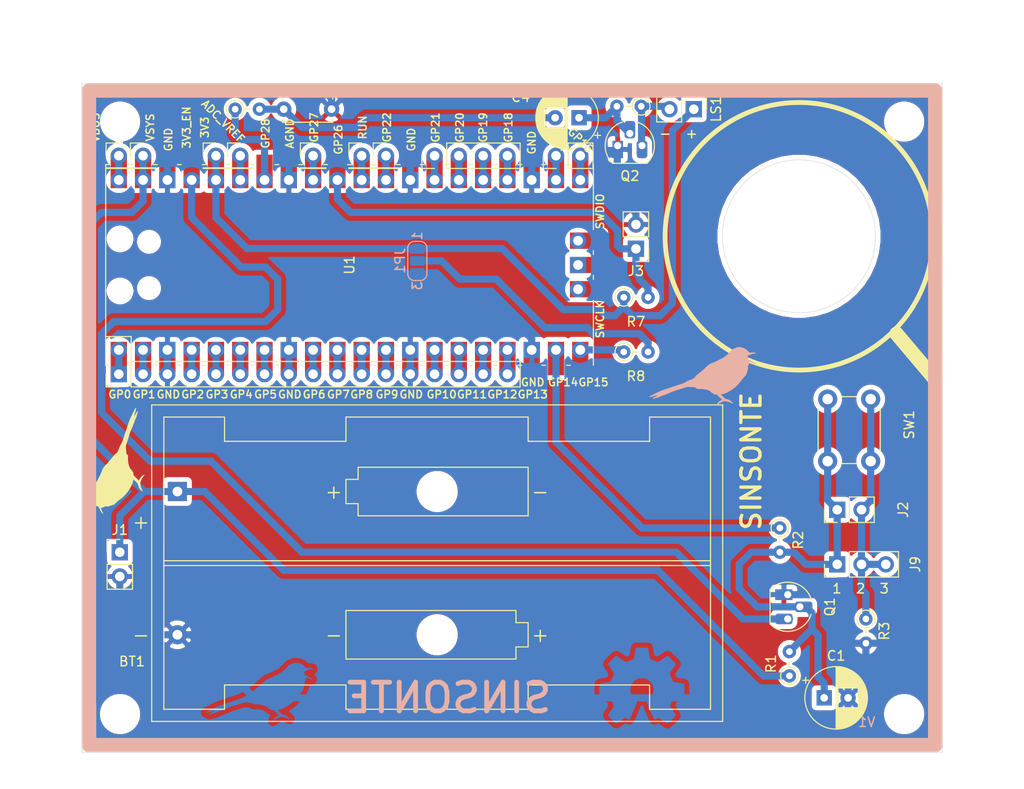
<source format=kicad_pcb>
(kicad_pcb (version 20171130) (host pcbnew 5.1.5+dfsg1-2build2)
  (layers (0 F.Cu signal) (31 B.Cu signal) (34 B.Paste user) (35 F.Paste user) (36 B.SilkS user) (37 F.SilkS user) (38 B.Mask user) (39 F.Mask user) (44 Edge.Cuts user))
  (net 0 "")
  (net 1 "Net-(U1-Pad43)")
  (net 2 "Net-(U1-Pad42)")
  (net 3 "Net-(U1-Pad41)")
  (net 4 "Net-(BT1-Pad2)")
  (net 5 "Net-(BT1-Pad1)")
  (net 6 "Net-(C1-Pad1)")
  (net 7 "Net-(R2-Pad1)")
  (net 8 "Net-(R4-Pad1)")
  (net 9 "Net-(C2-Pad1)")
  (net 10 "Net-(C4-Pad1)")
  (net 11 "Net-(LS1-Pad2)")
  (net 12 "Net-(J3-Pad1)")
  (net 13 "Net-(JP1-Pad2)")
  (net 14 "Net-(R8-Pad1)")
  (net 15 "Net-(J4-Pad17)")
  (net 16 "Net-(J4-Pad16)")
  (net 17 "Net-(J4-Pad15)")
  (net 18 "Net-(J4-Pad14)")
  (net 19 "Net-(J4-Pad12)")
  (net 20 "Net-(J4-Pad11)")
  (net 21 "Net-(J4-Pad10)")
  (net 22 "Net-(J4-Pad9)")
  (net 23 "Net-(J4-Pad7)")
  (net 24 "Net-(J4-Pad6)")
  (net 25 "Net-(J4-Pad5)")
  (net 26 "Net-(J4-Pad4)")
  (net 27 "Net-(J4-Pad2)")
  (net 28 "Net-(J4-Pad1)")
  (net 29 "Net-(J6-Pad1)")
  (net 30 "Net-(J7-Pad1)")
  (net 31 "Net-(J8-Pad1)")
  (net 32 "Net-(J2-Pad2)")
  (net 33 "Net-(Q1-Pad3)")
  (net 34 "Net-(J10-Pad1)")
  (net 35 "Net-(J11-Pad1)")
  (net 36 "Net-(J12-Pad4)")
  (net 37 "Net-(J12-Pad3)")
  (net 38 "Net-(J12-Pad2)")
  (net 39 "Net-(J12-Pad1)")
  (net 40 "Net-(J13-Pad1)")
  (net 41 "Net-(J14-Pad2)")
  (net 42 "Net-(J14-Pad1)")
  (module Logos_Galopago:sinsonte_logo_11x6mm_cu (layer B.Cu) (at 68.58 113.665 180)
    (fp_text reference G*** hide)
    (fp_text value LOGO hide)
    (fp_poly (pts (xy -3.616843 3.028893) (xy -3.507115 2.991797) (xy -3.451218 2.954549) (xy -3.408324 2.930559) (xy -3.348659 2.911422) (xy -3.344334 2.910497) (xy -3.269728 2.887277) (xy -3.184578 2.849077) (xy -3.101727 2.803005) (xy -3.034017 2.756171) (xy -2.995303 2.717281) (xy -2.900752 2.591648) (xy -2.77684 2.455011) (xy -2.632137 2.315158) (xy -2.475216 2.179876) (xy -2.314649 2.056953) (xy -2.159008 1.954178) (xy -2.148417 1.947879) (xy -2.043815 1.888479) (xy -1.916338 1.819716) (xy -1.77388 1.745505) (xy -1.624335 1.669761) (xy -1.475597 1.596397) (xy -1.335558 1.529329) (xy -1.212113 1.472471) (xy -1.113155 1.429737) (xy -1.068917 1.412541) (xy -0.942025 1.36462) (xy -0.834676 1.318048) (xy -0.739226 1.2677) (xy -0.648028 1.20845) (xy -0.553438 1.135175) (xy -0.44781 1.042748) (xy -0.323498 0.926044) (xy -0.278427 0.882641) (xy -0.163778 0.775611) (xy -0.027256 0.654208) (xy 0.118826 0.529025) (xy 0.262152 0.410654) (xy 0.365026 0.32916) (xy 0.471341 0.245583) (xy 0.566127 0.168438) (xy 0.644203 0.102158) (xy 0.700391 0.051173) (xy 0.729509 0.019915) (xy 0.732191 0.015051) (xy 0.752508 -0.018327) (xy 0.795044 -0.071065) (xy 0.851556 -0.13313) (xy 0.866856 -0.148881) (xy 0.919198 -0.200271) (xy 0.965703 -0.239331) (xy 1.015861 -0.271414) (xy 1.079163 -0.301873) (xy 1.165101 -0.336062) (xy 1.261692 -0.371566) (xy 1.407988 -0.425699) (xy 1.52226 -0.471096) (xy 1.612891 -0.511638) (xy 1.688266 -0.551205) (xy 1.756768 -0.59368) (xy 1.788583 -0.615475) (xy 1.857249 -0.655026) (xy 1.960418 -0.702793) (xy 2.091642 -0.756263) (xy 2.244474 -0.812921) (xy 2.412465 -0.870252) (xy 2.566505 -0.918894) (xy 2.691585 -0.957749) (xy 2.842992 -1.006154) (xy 3.014235 -1.061917) (xy 3.198826 -1.122847) (xy 3.390275 -1.186751) (xy 3.582095 -1.25144) (xy 3.767795 -1.314722) (xy 3.940887 -1.374404) (xy 4.094882 -1.428297) (xy 4.223291 -1.474209) (xy 4.319626 -1.509948) (xy 4.339166 -1.517519) (xy 4.432865 -1.556558) (xy 4.548549 -1.608276) (xy 4.680048 -1.669573) (xy 4.821187 -1.737348) (xy 4.965794 -1.808502) (xy 5.107697 -1.879935) (xy 5.240722 -1.948546) (xy 5.358698 -2.011236) (xy 5.45545 -2.064905) (xy 5.524806 -2.106453) (xy 5.55625 -2.128735) (xy 5.61975 -2.183033) (xy 5.481494 -2.172244) (xy 5.388725 -2.159107) (xy 5.295147 -2.136602) (xy 5.241614 -2.117894) (xy 5.175817 -2.092726) (xy 5.121059 -2.076992) (xy 5.101723 -2.074333) (xy 5.060084 -2.065873) (xy 4.999358 -2.044511) (xy 4.971186 -2.032464) (xy 4.877815 -2.003155) (xy 4.777902 -1.991331) (xy 4.773083 -1.991329) (xy 4.66725 -1.992062) (xy 4.836583 -2.073361) (xy 4.913676 -2.114095) (xy 4.996261 -2.163766) (xy 5.077146 -2.21721) (xy 5.149135 -2.269264) (xy 5.205037 -2.314763) (xy 5.237657 -2.348542) (xy 5.241695 -2.364193) (xy 5.213223 -2.367619) (xy 5.157235 -2.358449) (xy 5.085486 -2.3399) (xy 5.009729 -2.315189) (xy 4.941717 -2.287535) (xy 4.917718 -2.275505) (xy 4.852405 -2.246178) (xy 4.814034 -2.244862) (xy 4.807575 -2.249391) (xy 4.775059 -2.256579) (xy 4.712026 -2.242354) (xy 4.617056 -2.206216) (xy 4.488729 -2.147669) (xy 4.415992 -2.11202) (xy 4.315119 -2.066498) (xy 4.204027 -2.023686) (xy 4.105032 -1.992111) (xy 4.095666 -1.989645) (xy 4.024888 -1.967775) (xy 3.925612 -1.931946) (xy 3.807752 -1.885995) (xy 3.681221 -1.833759) (xy 3.584627 -1.791891) (xy 3.464552 -1.738743) (xy 3.362173 -1.693953) (xy 3.271657 -1.655419) (xy 3.187168 -1.621035) (xy 3.102872 -1.588697) (xy 3.012935 -1.556303) (xy 2.911522 -1.521747) (xy 2.792799 -1.482925) (xy 2.650932 -1.437734) (xy 2.480086 -1.384069) (xy 2.283356 -1.322614) (xy 1.571628 -1.100461) (xy 1.235606 -1.121112) (xy 1.06659 -1.133241) (xy 0.935085 -1.147123) (xy 0.836269 -1.163917) (xy 0.765324 -1.18478) (xy 0.71743 -1.210872) (xy 0.687767 -1.24335) (xy 0.681861 -1.254183) (xy 0.663123 -1.283544) (xy 0.635344 -1.304742) (xy 0.592335 -1.318849) (xy 0.527905 -1.326938) (xy 0.435867 -1.330081) (xy 0.31003 -1.329351) (xy 0.254 -1.328321) (xy 0.052724 -1.333428) (xy -0.14655 -1.355637) (xy -0.337117 -1.393024) (xy -0.512268 -1.443665) (xy -0.665296 -1.505634) (xy -0.789493 -1.577007) (xy -0.875144 -1.652321) (xy -0.933114 -1.708821) (xy -0.997191 -1.756327) (xy -1.016 -1.766952) (xy -1.08612 -1.80681) (xy -1.154529 -1.852402) (xy -1.157463 -1.854582) (xy -1.212734 -1.886838) (xy -1.277192 -1.901974) (xy -1.346208 -1.905) (xy -1.467573 -1.905) (xy -2.030003 -2.461918) (xy -1.86696 -2.553703) (xy -1.691821 -2.673593) (xy -1.549447 -2.816788) (xy -1.453888 -2.9593) (xy -1.423678 -3.017482) (xy -1.405514 -3.057311) (xy -1.40297 -3.069166) (xy -1.422571 -3.057595) (xy -1.469263 -3.026183) (xy -1.535821 -2.979877) (xy -1.606419 -2.929787) (xy -1.716786 -2.856873) (xy -1.838748 -2.78634) (xy -1.963867 -2.722124) (xy -2.083702 -2.668163) (xy -2.189815 -2.628393) (xy -2.273766 -2.60675) (xy -2.304937 -2.603958) (xy -2.418728 -2.614679) (xy -2.557201 -2.643455) (xy -2.708503 -2.686956) (xy -2.860778 -2.741856) (xy -2.977441 -2.792751) (xy -3.071413 -2.837403) (xy -3.132384 -2.865017) (xy -3.165525 -2.876862) (xy -3.176004 -2.874206) (xy -3.168992 -2.858319) (xy -3.153589 -2.83599) (xy -3.062272 -2.721285) (xy -2.963693 -2.620734) (xy -2.864511 -2.539603) (xy -2.771386 -2.483158) (xy -2.69098 -2.456667) (xy -2.672209 -2.455333) (xy -2.630383 -2.445682) (xy -2.572583 -2.421655) (xy -2.555639 -2.413) (xy -2.490558 -2.385623) (xy -2.429143 -2.371284) (xy -2.418008 -2.370666) (xy -2.388221 -2.364424) (xy -2.350273 -2.343054) (xy -2.299212 -2.302592) (xy -2.230082 -2.239073) (xy -2.13793 -2.148533) (xy -2.127951 -2.138535) (xy -2.049204 -2.058433) (xy -1.983198 -1.989155) (xy -1.934803 -1.93599) (xy -1.908892 -1.904225) (xy -1.906062 -1.897712) (xy -1.929773 -1.890632) (xy -1.985558 -1.878807) (xy -2.063697 -1.864212) (xy -2.112137 -1.855812) (xy -2.208414 -1.83541) (xy -2.307297 -1.805209) (xy -2.414046 -1.762691) (xy -2.53392 -1.705338) (xy -2.672178 -1.630632) (xy -2.834081 -1.536053) (xy -3.024887 -1.419085) (xy -3.026834 -1.417872) (xy -3.275846 -1.244503) (xy -3.515377 -1.042852) (xy -3.73557 -0.822233) (xy -3.926563 -0.591961) (xy -3.980493 -0.516904) (xy -4.059737 -0.409775) (xy -4.15645 -0.290338) (xy -4.25698 -0.174985) (xy -4.328199 -0.099459) (xy -4.525292 0.099888) (xy -4.633313 0.429287) (xy -4.677218 0.565142) (xy -4.708314 0.668168) (xy -4.727808 0.745484) (xy -4.736907 0.804205) (xy -4.736818 0.85145) (xy -4.728749 0.894335) (xy -4.717981 0.928507) (xy -4.708545 0.964595) (xy -4.709833 1.000359) (xy -4.724682 1.046241) (xy -4.755932 1.112686) (xy -4.781647 1.162759) (xy -4.823604 1.2514) (xy -4.858005 1.338767) (xy -4.878915 1.409334) (xy -4.881553 1.424039) (xy -4.89444 1.518057) (xy -5.003095 1.477091) (xy -5.075301 1.447242) (xy -5.167025 1.405717) (xy -5.260379 1.36066) (xy -5.275464 1.353063) (xy -5.383215 1.301892) (xy -5.456796 1.275148) (xy -5.496579 1.272781) (xy -5.502936 1.294745) (xy -5.487135 1.325426) (xy -5.457352 1.353593) (xy -5.398472 1.396668) (xy -5.31872 1.449574) (xy -5.226316 1.507234) (xy -5.129485 1.564572) (xy -5.036448 1.61651) (xy -4.955429 1.657971) (xy -4.928307 1.670451) (xy -4.848424 1.706849) (xy -4.797446 1.736112) (xy -4.765132 1.767218) (xy -4.741239 1.809144) (xy -4.724187 1.849376) (xy -4.697384 1.927871) (xy -4.678658 2.005439) (xy -4.674227 2.037777) (xy -4.675011 2.093974) (xy -4.695184 2.129605) (xy -4.738332 2.160269) (xy -4.786939 2.185282) (xy -4.863802 2.219727) (xy -4.957384 2.258597) (xy -5.034176 2.288622) (xy -5.136018 2.326333) (xy -5.210868 2.350397) (xy -5.270901 2.36322) (xy -5.328295 2.367211) (xy -5.395227 2.364778) (xy -5.413146 2.363571) (xy -5.508641 2.360441) (xy -5.563472 2.367511) (xy -5.578117 2.385006) (xy -5.553052 2.413154) (xy -5.538632 2.423205) (xy -5.45609 2.459109) (xy -5.344338 2.481907) (xy -5.214828 2.490267) (xy -5.079013 2.482854) (xy -5.053966 2.479627) (xy -4.886288 2.455914) (xy -4.718915 2.632733) (xy -4.573546 2.770223) (xy -4.426484 2.8736) (xy -4.265825 2.949832) (xy -4.082785 3.005144) (xy -3.910545 3.036037) (xy -3.753275 3.043797) (xy -3.616843 3.028893)) (layer B.Cu) (width 0.01))
  )
  (module Logos_Galopago:sinsonte_logo_11x6mm (layer B.Cu) (at 114.935 80.645 180)
    (fp_text reference G*** hide)
    (fp_text value LOGO hide)
  )
  (module Symbol:OSHW-Symbol_8.9x8mm_Copper (layer B.Cu) (at 108.585 113.03 180)
    (fp_text reference REF** hide)
    (fp_text value OSHW-Symbol_8.9x8mm_Copper hide)
    (fp_poly (pts (xy 0.746536 3.399573) (xy 0.859118 2.802382) (xy 1.274531 2.631135) (xy 1.689945 2.459888) (xy 2.188302 2.798767) (xy 2.327869 2.893123) (xy 2.454029 2.97737) (xy 2.560896 3.047662) (xy 2.642583 3.100153) (xy 2.693202 3.130996) (xy 2.706987 3.137647) (xy 2.731821 3.120542) (xy 2.784889 3.073256) (xy 2.860241 3.001828) (xy 2.95193 2.9123) (xy 3.054008 2.810711) (xy 3.160527 2.703102) (xy 3.265537 2.595513) (xy 3.363092 2.493985) (xy 3.447243 2.404559) (xy 3.512041 2.333274) (xy 3.551538 2.286172) (xy 3.560981 2.270408) (xy 3.547392 2.241347) (xy 3.509294 2.177679) (xy 3.450694 2.085633) (xy 3.375598 1.971436) (xy 3.288009 1.841316) (xy 3.237255 1.767099) (xy 3.144746 1.631578) (xy 3.062541 1.509284) (xy 2.994631 1.406305) (xy 2.945001 1.328727) (xy 2.917641 1.282639) (xy 2.91353 1.272953) (xy 2.92285 1.245426) (xy 2.948255 1.181272) (xy 2.985912 1.08951) (xy 3.031987 0.979161) (xy 3.082647 0.859245) (xy 3.13406 0.738781) (xy 3.18239 0.626791) (xy 3.223807 0.532293) (xy 3.254475 0.464308) (xy 3.270562 0.431857) (xy 3.271512 0.43058) (xy 3.296773 0.424383) (xy 3.364046 0.41056) (xy 3.466361 0.390468) (xy 3.596742 0.365466) (xy 3.748217 0.336914) (xy 3.836594 0.320449) (xy 3.998453 0.289631) (xy 4.14465 0.260306) (xy 4.267788 0.234079) (xy 4.36047 0.212554) (xy 4.415302 0.197335) (xy 4.426324 0.192507) (xy 4.437119 0.159826) (xy 4.44583 0.086015) (xy 4.452461 -0.020292) (xy 4.457019 -0.150467) (xy 4.45951 -0.295876) (xy 4.459939 -0.44789) (xy 4.458312 -0.597877) (xy 4.454636 -0.737206) (xy 4.448916 -0.857245) (xy 4.441158 -0.949365) (xy 4.431369 -1.004932) (xy 4.425497 -1.0165) (xy 4.3904 -1.030365) (xy 4.316029 -1.050188) (xy 4.212224 -1.073639) (xy 4.08882 -1.098391) (xy 4.045742 -1.106398) (xy 3.838048 -1.144441) (xy 3.673985 -1.175079) (xy 3.548131 -1.199529) (xy 3.455066 -1.219009) (xy 3.389368 -1.234736) (xy 3.345618 -1.247928) (xy 3.318393 -1.259804) (xy 3.302273 -1.27158) (xy 3.300018 -1.273908) (xy 3.277504 -1.3114) (xy 3.243159 -1.384365) (xy 3.200412 -1.483867) (xy 3.152693 -1.600973) (xy 3.103431 -1.726748) (xy 3.056056 -1.852257) (xy 3.013996 -1.968565) (xy 2.980681 -2.066739) (xy 2.959542 -2.137843) (xy 2.954006 -2.172942) (xy 2.954467 -2.174172) (xy 2.973224 -2.202861) (xy 3.015777 -2.265985) (xy 3.077654 -2.356973) (xy 3.154383 -2.469255) (xy 3.241492 -2.59626) (xy 3.266299 -2.632353) (xy 3.354753 -2.763203) (xy 3.432589 -2.882591) (xy 3.495567 -2.983662) (xy 3.539446 -3.059559) (xy 3.559986 -3.103427) (xy 3.560981 -3.108817) (xy 3.543723 -3.137144) (xy 3.496036 -3.193261) (xy 3.424051 -3.271137) (xy 3.333898 -3.36474) (xy 3.231706 -3.468041) (xy 3.123606 -3.575006) (xy 3.015729 -3.679606) (xy 2.914205 -3.775809) (xy 2.825163 -3.857584) (xy 2.754734 -3.9189) (xy 2.709048 -3.953726) (xy 2.69641 -3.959412) (xy 2.666992 -3.94602) (xy 2.606762 -3.909899) (xy 2.52553 -3.857136) (xy 2.463031 -3.814667) (xy 2.349786 -3.73674) (xy 2.215675 -3.644984) (xy 2.081156 -3.553375) (xy 2.008834 -3.504346) (xy 1.764039 -3.33877) (xy 1.558551 -3.449875) (xy 1.464937 -3.498548) (xy 1.385331 -3.536381) (xy 1.331468 -3.557958) (xy 1.317758 -3.560961) (xy 1.301271 -3.538793) (xy 1.268746 -3.476149) (xy 1.222609 -3.378809) (xy 1.165291 -3.252549) (xy 1.099217 -3.10315) (xy 1.026816 -2.936388) (xy 0.950517 -2.758042) (xy 0.872747 -2.573891) (xy 0.795935 -2.389712) (xy 0.722507 -2.211285) (xy 0.654893 -2.044387) (xy 0.595521 -1.894797) (xy 0.546817 -1.768293) (xy 0.511211 -1.670654) (xy 0.491131 -1.607657) (xy 0.487901 -1.586021) (xy 0.513497 -1.558424) (xy 0.569539 -1.513625) (xy 0.644312 -1.460934) (xy 0.650588 -1.456765) (xy 0.843846 -1.302069) (xy 0.999675 -1.121591) (xy 1.116725 -0.921102) (xy 1.193646 -0.706374) (xy 1.229087 -0.483177) (xy 1.221698 -0.257281) (xy 1.170128 -0.034459) (xy 1.073027 0.179521) (xy 1.044459 0.226336) (xy 0.895869 0.415382) (xy 0.720328 0.567188) (xy 0.523911 0.680966) (xy 0.312694 0.755925) (xy 0.092754 0.791278) (xy -0.129836 0.786233) (xy -0.348998 0.740001) (xy -0.558657 0.651794) (xy -0.752738 0.520821) (xy -0.812773 0.467663) (xy -0.965564 0.301261) (xy -1.076902 0.126088) (xy -1.153276 -0.070266) (xy -1.195812 -0.264717) (xy -1.206313 -0.483342) (xy -1.171299 -0.703052) (xy -1.094326 -0.91642) (xy -0.978952 -1.116022) (xy -0.828734 -1.294429) (xy -0.647226 -1.444217) (xy -0.623372 -1.460006) (xy -0.547798 -1.511712) (xy -0.490348 -1.556512) (xy -0.462882 -1.585117) (xy -0.462482 -1.586021) (xy -0.468379 -1.616964) (xy -0.491754 -1.687191) (xy -0.530178 -1.790925) (xy -0.581222 -1.92239) (xy -0.642457 -2.075807) (xy -0.711455 -2.245401) (xy -0.785786 -2.425393) (xy -0.863021 -2.610008) (xy -0.940731 -2.793468) (xy -1.016488 -2.969996) (xy -1.087862 -3.133814) (xy -1.152425 -3.279147) (xy -1.207747 -3.400217) (xy -1.251399 -3.491247) (xy -1.280953 -3.54646) (xy -1.292855 -3.560961) (xy -1.329222 -3.549669) (xy -1.397269 -3.519385) (xy -1.485263 -3.47552) (xy -1.533649 -3.449875) (xy -1.739136 -3.33877) (xy -1.983931 -3.504346) (xy -2.108893 -3.58917) (xy -2.245704 -3.682516) (xy -2.373911 -3.770408) (xy -2.438128 -3.814667) (xy -2.528448 -3.875318) (xy -2.604928 -3.923381) (xy -2.657592 -3.95277) (xy -2.674697 -3.958982) (xy -2.699594 -3.942223) (xy -2.754694 -3.895436) (xy -2.834656 -3.82348) (xy -2.934139 -3.731212) (xy -3.047799 -3.62349) (xy -3.119684 -3.554326) (xy -3.245448 -3.430757) (xy -3.354136 -3.320234) (xy -3.441354 -3.227485) (xy -3.50271 -3.157237) (xy -3.533808 -3.11422) (xy -3.536791 -3.10549) (xy -3.522946 -3.072284) (xy -3.484687 -3.005142) (xy -3.426258 -2.910863) (xy -3.351902 -2.796245) (xy -3.265864 -2.668083) (xy -3.241397 -2.632353) (xy -3.152245 -2.502489) (xy -3.072261 -2.385569) (xy -3.005919 -2.288162) (xy -2.957688 -2.216839) (xy -2.932042 -2.17817) (xy -2.929564 -2.174172) (xy -2.93327 -2.143355) (xy -2.952938 -2.075599) (xy -2.985139 -1.979839) (xy -3.026444 -1.865009) (xy -3.073424 -1.740044) (xy -3.12265 -1.613879) (xy -3.170691 -1.495448) (xy -3.214118 -1.393685) (xy -3.249503 -1.317526) (xy -3.273415 -1.275904) (xy -3.275115 -1.273908) (xy -3.289737 -1.262013) (xy -3.314434 -1.25025) (xy -3.354627 -1.237401) (xy -3.415736 -1.222249) (xy -3.503182 -1.203576) (xy -3.622387 -1.180165) (xy -3.778772 -1.150797) (xy -3.977756 -1.114255) (xy -4.020839 -1.106398) (xy -4.148529 -1.081727) (xy -4.259846 -1.057593) (xy -4.344954 -1.036324) (xy -4.394016 -1.020248) (xy -4.400594 -1.0165) (xy -4.411435 -0.983273) (xy -4.420246 -0.909021) (xy -4.427023 -0.802376) (xy -4.431759 -0.671967) (xy -4.434449 -0.526427) (xy -4.435086 -0.374386) (xy -4.433665 -0.224476) (xy -4.430179 -0.085328) (xy -4.424623 0.034428) (xy -4.416991 0.126159) (xy -4.407277 0.181234) (xy -4.401421 0.192507) (xy -4.368819 0.203877) (xy -4.294581 0.222376) (xy -4.186103 0.246398) (xy -4.050782 0.274338) (xy -3.896014 0.304592) (xy -3.811692 0.320449) (xy -3.651703 0.350356) (xy -3.509032 0.37745) (xy -3.390651 0.400369) (xy -3.303534 0.417757) (xy -3.254654 0.428253) (xy -3.246609 0.43058) (xy -3.233012 0.456814) (xy -3.20427 0.520005) (xy -3.164214 0.611123) (xy -3.116675 0.721143) (xy -3.065484 0.841035) (xy -3.014473 0.961773) (xy -2.967473 1.074329) (xy -2.928315 1.169674) (xy -2.90083 1.238783) (xy -2.88885 1.272626) (xy -2.888627 1.274105) (xy -2.902208 1.300803) (xy -2.940284 1.36224) (xy -2.998852 1.452311) (xy -3.073911 1.56491) (xy -3.161459 1.69393) (xy -3.212352 1.768039) (xy -3.30509 1.903923) (xy -3.387458 2.027291) (xy -3.455438 2.131903) (xy -3.505011 2.211517) (xy -3.532157 2.259893) (xy -3.536078 2.270738) (xy -3.519224 2.29598) (xy -3.472631 2.349876) (xy -3.402251 2.426387) (xy -3.314034 2.519477) (xy -3.213934 2.623105) (xy -3.107901 2.731236) (xy -3.001888 2.83783) (xy -2.901847 2.93685) (xy -2.813729 3.022258) (xy -2.743486 3.088015) (xy -2.697071 3.128084) (xy -2.681543 3.137647) (xy -2.65626 3.1242) (xy -2.595788 3.086425) (xy -2.506007 3.028165) (xy -2.392796 2.953266) (xy -2.262036 2.865575) (xy -2.1634 2.798767) (xy -1.665042 2.459888) (xy -1.249629 2.631135) (xy -0.834215 2.802382) (xy -0.721633 3.399573) (xy -0.60905 3.996765) (xy 0.633953 3.996765) (xy 0.746536 3.399573)) (layer B.Cu) (width 0.01))
  )
  (module Logos_Galopago:sinsonte_logo_11x6mm (layer F.Cu) (at 53.5 89.535 90)
    (fp_text reference G*** hide)
    (fp_text value LOGO hide)
  )
  (module Package_TO_SOT_THT:TO-92_HandSolder (layer F.Cu) (at 106.045 56.515)
    (fp_text reference Q2 (at 1.27 3.175) (layer F.SilkS))
    (fp_text value PN2222A)
    (pad 1 thru_hole rect (at 0 0) (size 1.1 1.8) (drill 0.75 (offset 0 0.4)) (layers *.Cu *.Mask) (net 4 "Net-(BT1-Pad2)"))
    (pad 3 thru_hole roundrect (at 2.54 0) (size 1.1 1.8) (drill 0.75 (offset 0 0.4)) (layers *.Cu *.Mask) (net 11 "Net-(LS1-Pad2)"))
    (pad 2 thru_hole roundrect (at 1.27 -1.27) (size 1.1 1.8) (drill 0.75 (offset 0 -0.4)) (layers *.Cu *.Mask) (net 10 "Net-(C4-Pad1)"))
  )
  (module Package_TO_SOT_THT:TO-92_HandSolder (layer F.Cu) (at 123.825 103.505 270)
    (fp_text reference Q1 (at 1.27 -4.4 90) (layer F.SilkS))
    (fp_text value 2N7000)
    (pad 1 thru_hole rect (at 0 0 270) (size 1.1 1.8) (drill 0.75 (offset 0 0.4)) (layers *.Cu *.Mask) (net 4 "Net-(BT1-Pad2)"))
    (pad 3 thru_hole roundrect (at 2.54 0 270) (size 1.1 1.8) (drill 0.75 (offset 0 0.4)) (layers *.Cu *.Mask) (net 33 "Net-(Q1-Pad3)"))
    (pad 2 thru_hole roundrect (at 1.27 -1.27 270) (size 1.1 1.8) (drill 0.75 (offset 0 -0.4)) (layers *.Cu *.Mask) (net 6 "Net-(C1-Pad1)"))
  )
  (module Connector_PinHeader_2.54mm:PinHeader_1x02_P2.54mm_Vertical (layer F.Cu) (at 99.59 57.57 90)
    (fp_text reference J14 hide)
    (fp_text value Conn_01x02_Male)
    (pad 2 thru_hole oval (at 0 2.54 90) (size 1.7 1.7) (drill 1) (layers *.Cu *.Mask) (net 41 "Net-(J14-Pad2)"))
    (pad 1 thru_hole circle (at 0 0 90) (size 1.7 1.7) (drill 1) (layers *.Cu *.Mask) (net 42 "Net-(J14-Pad1)"))
  )
  (module Connector_PinHeader_2.54mm:PinHeader_1x03_P2.54mm_Vertical (layer F.Cu) (at 129 100.33 90)
    (fp_text reference J9 (at 0 8.16 90) (layer F.SilkS))
    (fp_text value PROG)
    (pad 3 thru_hole oval (at 0 5.08 90) (size 1.7 1.7) (drill 1) (layers *.Cu *.Mask) (net 32 "Net-(J2-Pad2)"))
    (pad 2 thru_hole oval (at 0 2.54 90) (size 1.7 1.7) (drill 1) (layers *.Cu *.Mask) (net 32 "Net-(J2-Pad2)"))
    (pad 1 thru_hole rect (at 0 0 90) (size 1.7 1.7) (drill 1) (layers *.Cu *.Mask) (net 6 "Net-(C1-Pad1)"))
  )
  (module Connector_PinHeader_2.54mm:PinHeader_1x01_P2.54mm_Vertical (layer F.Cu) (at 53.87 57.57)
    (fp_text reference J13 hide)
    (fp_text value Conn_01x01_Male)
    (pad 1 thru_hole circle (at 0 0) (size 1.7 1.7) (drill 1) (layers *.Cu *.Mask) (net 40 "Net-(J13-Pad1)"))
  )
  (module Connector_PinHeader_2.54mm:PinHeader_1x04_P2.54mm_Vertical (layer F.Cu) (at 86.89 57.57 90)
    (fp_text reference J12 hide)
    (fp_text value Conn_01x04_Male)
    (pad 4 thru_hole oval (at 0 7.62 90) (size 1.7 1.7) (drill 1) (layers *.Cu *.Mask) (net 36 "Net-(J12-Pad4)"))
    (pad 3 thru_hole oval (at 0 5.08 90) (size 1.7 1.7) (drill 1) (layers *.Cu *.Mask) (net 37 "Net-(J12-Pad3)"))
    (pad 2 thru_hole oval (at 0 2.54 90) (size 1.7 1.7) (drill 1) (layers *.Cu *.Mask) (net 38 "Net-(J12-Pad2)"))
    (pad 1 thru_hole circle (at 0 0 90) (size 1.7 1.7) (drill 1) (layers *.Cu *.Mask) (net 39 "Net-(J12-Pad1)"))
  )
  (module Connector_PinHeader_2.54mm:PinHeader_1x01_P2.54mm_Vertical (layer F.Cu) (at 81.81 57.57)
    (fp_text reference J11 hide)
    (fp_text value Conn_01x01_Male)
    (pad 1 thru_hole circle (at 0 0) (size 1.7 1.7) (drill 1) (layers *.Cu *.Mask) (net 35 "Net-(J11-Pad1)"))
  )
  (module Connector_PinHeader_2.54mm:PinHeader_1x01_P2.54mm_Vertical (layer F.Cu) (at 66.57 57.57)
    (fp_text reference J10 hide)
    (fp_text value Conn_01x01_Male)
    (pad 1 thru_hole circle (at 0 0) (size 1.7 1.7) (drill 1) (layers *.Cu *.Mask) (net 34 "Net-(J10-Pad1)"))
  )
  (module MountingHole:MountingHole_3.2mm_M3_DIN965 (layer F.Cu) (at 54 54)
    (fp_text reference REF** hide)
    (fp_text value MountingHole_3.2mm_M3_DIN965)
    (pad 1 np_thru_hole circle (at 0 0) (size 3.2 3.2) (drill 3.2) (layers *.Cu *.Mask))
  )
  (module MountingHole:MountingHole_3.2mm_M3_DIN965 (layer F.Cu) (at 136 54)
    (fp_text reference REF** hide)
    (fp_text value MountingHole_3.2mm_M3_DIN965)
    (pad 1 np_thru_hole circle (at 0 0) (size 3.2 3.2) (drill 3.2) (layers *.Cu *.Mask))
  )
  (module MountingHole:MountingHole_3.2mm_M3_DIN965 (layer F.Cu) (at 136 116)
    (fp_text reference REF** hide)
    (fp_text value MountingHole_3.2mm_M3_DIN965)
    (pad 1 np_thru_hole circle (at 0 0) (size 3.2 3.2) (drill 3.2) (layers *.Cu *.Mask))
  )
  (module MountingHole:MountingHole_3.2mm_M3_DIN965 (layer F.Cu) (at 54 116)
    (fp_text reference REF** hide)
    (fp_text value MountingHole_3.2mm_M3_DIN965)
    (pad 1 np_thru_hole circle (at 0 0) (size 3.2 3.2) (drill 3.2) (layers *.Cu *.Mask))
  )
  (module Resistor_THT:R_Axial_DIN0204_L3.6mm_D1.6mm_P2.54mm_Vertical (layer F.Cu) (at 132 106.045 270)
    (fp_text reference R3 (at 1.27 -1.92 90) (layer F.SilkS))
    (fp_text value R)
    (pad 2 thru_hole oval (at 2.54 0 270) (size 1.4 1.4) (drill 0.7) (layers *.Cu *.Mask) (net 4 "Net-(BT1-Pad2)"))
    (pad 1 thru_hole circle (at 0 0 270) (size 1.4 1.4) (drill 0.7) (layers *.Cu *.Mask) (net 32 "Net-(J2-Pad2)"))
  )
  (module Connector_PinHeader_2.54mm:PinHeader_1x01_P2.54mm_Vertical (layer F.Cu) (at 79.27 57.57)
    (fp_text reference J8 hide)
    (fp_text value Conn_01x01_Male)
    (pad 1 thru_hole circle (at 0 0) (size 1.7 1.7) (drill 1) (layers *.Cu *.Mask) (net 31 "Net-(J8-Pad1)"))
  )
  (module Connector_PinHeader_2.54mm:PinHeader_1x01_P2.54mm_Vertical (layer F.Cu) (at 74.19 57.57)
    (fp_text reference J7 hide)
    (fp_text value Conn_01x01_Male)
    (pad 1 thru_hole circle (at 0 0) (size 1.7 1.7) (drill 1) (layers *.Cu *.Mask) (net 30 "Net-(J7-Pad1)"))
  )
  (module Connector_PinHeader_2.54mm:PinHeader_1x01_P2.54mm_Vertical (layer F.Cu) (at 64.03 57.57)
    (fp_text reference J6 hide)
    (fp_text value Conn_01x01_Male)
    (pad 1 thru_hole circle (at 0 0) (size 1.7 1.7) (drill 1) (layers *.Cu *.Mask) (net 29 "Net-(J6-Pad1)"))
  )
  (module Connector_PinHeader_2.54mm:PinHeader_1x01_P2.54mm_Vertical (layer F.Cu) (at 56.41 57.57)
    (fp_text reference J5 hide)
    (fp_text value Conn_01x01_Male)
    (pad 1 thru_hole circle (at 0 0) (size 1.7 1.7) (drill 1) (layers *.Cu *.Mask) (net 5 "Net-(BT1-Pad1)"))
  )
  (module Connector_PinHeader_2.54mm:PinHeader_1x17_P2.54mm_Vertical (layer F.Cu) (at 53.87 80.43 90)
    (fp_text reference J4 hide)
    (fp_text value Conn_01x17_Male)
    (pad 17 thru_hole oval (at 0 40.64 90) (size 1.7 1.7) (drill 1) (layers *.Cu *.Mask) (net 15 "Net-(J4-Pad17)"))
    (pad 16 thru_hole oval (at 0 38.1 90) (size 1.7 1.7) (drill 1) (layers *.Cu *.Mask) (net 16 "Net-(J4-Pad16)"))
    (pad 15 thru_hole oval (at 0 35.56 90) (size 1.7 1.7) (drill 1) (layers *.Cu *.Mask) (net 17 "Net-(J4-Pad15)"))
    (pad 14 thru_hole oval (at 0 33.02 90) (size 1.7 1.7) (drill 1) (layers *.Cu *.Mask) (net 18 "Net-(J4-Pad14)"))
    (pad 13 thru_hole oval (at 0 30.48 90) (size 1.7 1.7) (drill 1) (layers *.Cu *.Mask) (net 4 "Net-(BT1-Pad2)"))
    (pad 12 thru_hole oval (at 0 27.94 90) (size 1.7 1.7) (drill 1) (layers *.Cu *.Mask) (net 19 "Net-(J4-Pad12)"))
    (pad 11 thru_hole oval (at 0 25.4 90) (size 1.7 1.7) (drill 1) (layers *.Cu *.Mask) (net 20 "Net-(J4-Pad11)"))
    (pad 10 thru_hole oval (at 0 22.86 90) (size 1.7 1.7) (drill 1) (layers *.Cu *.Mask) (net 21 "Net-(J4-Pad10)"))
    (pad 9 thru_hole oval (at 0 20.32 90) (size 1.7 1.7) (drill 1) (layers *.Cu *.Mask) (net 22 "Net-(J4-Pad9)"))
    (pad 8 thru_hole oval (at 0 17.78 90) (size 1.7 1.7) (drill 1) (layers *.Cu *.Mask) (net 4 "Net-(BT1-Pad2)"))
    (pad 7 thru_hole oval (at 0 15.24 90) (size 1.7 1.7) (drill 1) (layers *.Cu *.Mask) (net 23 "Net-(J4-Pad7)"))
    (pad 6 thru_hole oval (at 0 12.7 90) (size 1.7 1.7) (drill 1) (layers *.Cu *.Mask) (net 24 "Net-(J4-Pad6)"))
    (pad 5 thru_hole oval (at 0 10.16 90) (size 1.7 1.7) (drill 1) (layers *.Cu *.Mask) (net 25 "Net-(J4-Pad5)"))
    (pad 4 thru_hole oval (at 0 7.62 90) (size 1.7 1.7) (drill 1) (layers *.Cu *.Mask) (net 26 "Net-(J4-Pad4)"))
    (pad 3 thru_hole oval (at 0 5.08 90) (size 1.7 1.7) (drill 1) (layers *.Cu *.Mask) (net 4 "Net-(BT1-Pad2)"))
    (pad 2 thru_hole oval (at 0 2.54 90) (size 1.7 1.7) (drill 1) (layers *.Cu *.Mask) (net 27 "Net-(J4-Pad2)"))
    (pad 1 thru_hole rect (at 0 0 90) (size 1.7 1.7) (drill 1) (layers *.Cu *.Mask) (net 28 "Net-(J4-Pad1)"))
  )
  (module Resistor_THT:R_Axial_DIN0204_L3.6mm_D1.6mm_P2.54mm_Vertical (layer F.Cu) (at 66.04 52.7)
    (fp_text reference R4 (at 1.27 -1.9) (layer F.SilkS))
    (fp_text value R)
    (pad 2 thru_hole oval (at 2.54 0) (size 1.4 1.4) (drill 0.7) (layers *.Cu *.Mask) (net 9 "Net-(C2-Pad1)"))
    (pad 1 thru_hole circle (at 0 0) (size 1.4 1.4) (drill 0.7) (layers *.Cu *.Mask) (net 8 "Net-(R4-Pad1)"))
  )
  (module Capacitor_THT:C_Disc_D5.0mm_W2.5mm_P5.00mm (layer F.Cu) (at 71.12 52.7)
    (fp_text reference C2 (at 2.54 -1.9) (layer F.SilkS))
    (fp_text value C)
    (pad 2 thru_hole circle (at 5 0) (size 1.6 1.6) (drill 0.8) (layers *.Cu *.Mask) (net 4 "Net-(BT1-Pad2)"))
    (pad 1 thru_hole circle (at 0 0) (size 1.6 1.6) (drill 0.8) (layers *.Cu *.Mask) (net 9 "Net-(C2-Pad1)"))
  )
  (module Resistor_THT:R_Axial_DIN0204_L3.6mm_D1.6mm_P2.54mm_Vertical (layer F.Cu) (at 106.68 78.105)
    (fp_text reference R8 (at 1.27 2.54) (layer F.SilkS))
    (fp_text value R)
    (pad 2 thru_hole oval (at 2.54 0) (size 1.4 1.4) (drill 0.7) (layers *.Cu *.Mask) (net 13 "Net-(JP1-Pad2)"))
    (pad 1 thru_hole circle (at 0 0) (size 1.4 1.4) (drill 0.7) (layers *.Cu *.Mask) (net 14 "Net-(R8-Pad1)"))
  )
  (module Jumper:SolderJumper-3_P1.3mm_Open_RoundedPad1.0x1.5mm_NumberLabels (layer B.Cu) (at 85.09 68.58 270)
    (fp_text reference JP1 (at 0 1.8 90) (layer B.SilkS) (effects (justify mirror)))
    (fp_text value "12H - 24H")
    (fp_text user 1 (at -2.6 0 90) (layer B.SilkS) (effects (justify mirror)))
    (fp_text user 3 (at 2.6 0 90) (layer B.SilkS) (effects (justify mirror)))
    (pad 2 smd rect (at 0 0 270) (size 1 1.5) (layers B.Cu B.Mask) (net 13 "Net-(JP1-Pad2)"))
    (pad 3 smd custom (at 1.3 0 270) (size 1 0.5) (layers B.Cu B.Mask) (net 4 "Net-(BT1-Pad2)") (options (clearance outline) (anchor rect)) (primitives (gr_circle (center 0 -0.25) (end 0.5 -0.25) (width 0)) (gr_circle (center 0 0.25) (end 0.5 0.25) (width 0)) (gr_poly (pts (xy -0.55 0.75) (xy 0 0.75) (xy 0 -0.75) (xy -0.55 -0.75)) (width 0))))
    (pad 1 smd custom (at -1.3 0 270) (size 1 0.5) (layers B.Cu B.Mask) (net 29 "Net-(J6-Pad1)") (options (clearance outline) (anchor rect)) (primitives (gr_circle (center 0 -0.25) (end 0.5 -0.25) (width 0)) (gr_circle (center 0 0.25) (end 0.5 0.25) (width 0)) (gr_poly (pts (xy 0.55 0.75) (xy 0 0.75) (xy 0 -0.75) (xy 0.55 -0.75)) (width 0))))
  )
  (module Resistor_THT:R_Axial_DIN0204_L3.6mm_D1.6mm_P2.54mm_Vertical (layer F.Cu) (at 106.68 72.39)
    (fp_text reference R7 (at 1.27 2.54) (layer F.SilkS))
    (fp_text value R)
    (pad 2 thru_hole oval (at 2.54 0) (size 1.4 1.4) (drill 0.7) (layers *.Cu *.Mask) (net 12 "Net-(J3-Pad1)"))
    (pad 1 thru_hole circle (at 0 0) (size 1.4 1.4) (drill 0.7) (layers *.Cu *.Mask) (net 29 "Net-(J6-Pad1)"))
  )
  (module Connector_PinHeader_2.54mm:PinHeader_1x02_P2.54mm_Vertical (layer F.Cu) (at 107.95 67.31 180)
    (fp_text reference J3 (at 0 -2.33) (layer F.SilkS))
    (fp_text value LIGHT_SENSOR)
    (pad 2 thru_hole oval (at 0 2.54 180) (size 1.7 1.7) (drill 1) (layers *.Cu *.Mask) (net 4 "Net-(BT1-Pad2)"))
    (pad 1 thru_hole rect (at 0 0 180) (size 1.7 1.7) (drill 1) (layers *.Cu *.Mask) (net 12 "Net-(J3-Pad1)"))
  )
  (module Resistor_THT:R_Axial_DIN0204_L3.6mm_D1.6mm_P2.54mm_Vertical (layer F.Cu) (at 108.5 52.4 180)
    (fp_text reference R6 (at 1.185 1.6) (layer F.SilkS))
    (fp_text value R)
    (pad 2 thru_hole oval (at 2.54 0 180) (size 1.4 1.4) (drill 0.7) (layers *.Cu *.Mask) (net 10 "Net-(C4-Pad1)"))
    (pad 1 thru_hole circle (at 0 0 180) (size 1.4 1.4) (drill 0.7) (layers *.Cu *.Mask) (net 11 "Net-(LS1-Pad2)"))
  )
  (module Connector_PinHeader_2.54mm:PinHeader_1x02_P2.54mm_Vertical (layer F.Cu) (at 114 52.705 270)
    (fp_text reference LS1 (at 0 -2.33 90) (layer F.SilkS))
    (fp_text value Speaker)
    (pad 2 thru_hole oval (at 0 2.54 270) (size 1.7 1.7) (drill 1) (layers *.Cu *.Mask) (net 11 "Net-(LS1-Pad2)"))
    (pad 1 thru_hole rect (at 0 0 270) (size 1.7 1.7) (drill 1) (layers *.Cu *.Mask) (net 29 "Net-(J6-Pad1)"))
  )
  (module Capacitor_THT:CP_Radial_D6.3mm_P2.50mm (layer F.Cu) (at 102 53.6 180)
    (fp_text reference C4 (at 6.115 2.165) (layer F.SilkS))
    (fp_text value CP)
    (pad 2 thru_hole circle (at 2.5 0 180) (size 1.6 1.6) (drill 0.8) (layers *.Cu *.Mask) (net 9 "Net-(C2-Pad1)"))
    (pad 1 thru_hole rect (at 0 0 180) (size 1.6 1.6) (drill 0.8) (layers *.Cu *.Mask) (net 10 "Net-(C4-Pad1)"))
  )
  (module Button_Switch_THT:SW_PUSH_6mm_H4.3mm (layer F.Cu) (at 128 89.535 90)
    (fp_text reference SW1 (at 3.81 8.525 90) (layer F.SilkS))
    (fp_text value SW_Push)
    (pad 1 thru_hole circle (at 6.5 0 180) (size 2 2) (drill 1.1) (layers *.Cu *.Mask) (net 6 "Net-(C1-Pad1)"))
    (pad 2 thru_hole circle (at 6.5 4.5 180) (size 2 2) (drill 1.1) (layers *.Cu *.Mask) (net 32 "Net-(J2-Pad2)"))
    (pad 1 thru_hole circle (at 0 0 180) (size 2 2) (drill 1.1) (layers *.Cu *.Mask) (net 6 "Net-(C1-Pad1)"))
    (pad 2 thru_hole circle (at 0 4.5 180) (size 2 2) (drill 1.1) (layers *.Cu *.Mask) (net 32 "Net-(J2-Pad2)"))
  )
  (module Connector_PinHeader_2.54mm:PinHeader_1x02_P2.54mm_Vertical (layer F.Cu) (at 129 94.615 90)
    (fp_text reference J2 (at 0 6.89 90) (layer F.SilkS))
    (fp_text value CLOCK)
    (pad 2 thru_hole oval (at 0 2.54 90) (size 1.7 1.7) (drill 1) (layers *.Cu *.Mask) (net 32 "Net-(J2-Pad2)"))
    (pad 1 thru_hole rect (at 0 0 90) (size 1.7 1.7) (drill 1) (layers *.Cu *.Mask) (net 6 "Net-(C1-Pad1)"))
  )
  (module Resistor_THT:R_Axial_DIN0204_L3.6mm_D1.6mm_P2.54mm_Vertical (layer F.Cu) (at 123 96.52 270)
    (fp_text reference R2 (at 1.27 -1.92 90) (layer F.SilkS))
    (fp_text value R)
    (pad 2 thru_hole oval (at 2.54 0 270) (size 1.4 1.4) (drill 0.7) (layers *.Cu *.Mask) (net 6 "Net-(C1-Pad1)"))
    (pad 1 thru_hole circle (at 0 0 270) (size 1.4 1.4) (drill 0.7) (layers *.Cu *.Mask) (net 7 "Net-(R2-Pad1)"))
  )
  (module Resistor_THT:R_Axial_DIN0204_L3.6mm_D1.6mm_P2.54mm_Vertical (layer F.Cu) (at 124 112 90)
    (fp_text reference R1 (at 1.27 -1.92 90) (layer F.SilkS))
    (fp_text value R)
    (pad 2 thru_hole oval (at 2.54 0 90) (size 1.4 1.4) (drill 0.7) (layers *.Cu *.Mask) (net 6 "Net-(C1-Pad1)"))
    (pad 1 thru_hole circle (at 0 0 90) (size 1.4 1.4) (drill 0.7) (layers *.Cu *.Mask) (net 5 "Net-(BT1-Pad1)"))
  )
  (module Capacitor_THT:CP_Radial_D6.3mm_P2.50mm (layer F.Cu) (at 127.635 114.3)
    (fp_text reference C1 (at 1.25 -4.4) (layer F.SilkS))
    (fp_text value CP)
    (pad 2 thru_hole circle (at 2.5 0) (size 1.6 1.6) (drill 0.8) (layers *.Cu *.Mask) (net 4 "Net-(BT1-Pad2)"))
    (pad 1 thru_hole rect (at 0 0) (size 1.6 1.6) (drill 0.8) (layers *.Cu *.Mask) (net 6 "Net-(C1-Pad1)"))
  )
  (module Connector_PinHeader_2.54mm:PinHeader_1x02_P2.54mm_Vertical (layer F.Cu) (at 53.975 99.06)
    (fp_text reference J1 (at 0 -2.33) (layer F.SilkS))
    (fp_text value BAT)
    (pad 2 thru_hole oval (at 0 2.54) (size 1.7 1.7) (drill 1) (layers *.Cu *.Mask) (net 4 "Net-(BT1-Pad2)"))
    (pad 1 thru_hole rect (at 0 0) (size 1.7 1.7) (drill 1) (layers *.Cu *.Mask) (net 5 "Net-(BT1-Pad1)"))
  )
  (module Battery:BatteryHolder_Keystone_2462_2xAA (layer F.Cu) (at 60 92.71)
    (fp_text reference BT1 (at -4.755 17.78 180) (layer F.SilkS))
    (fp_text value Battery_Cell)
    (fp_text user - (at -3.81 14.99) (layer F.SilkS) (effects (font (size 1.5 1.5))))
    (fp_text user + (at -3.81 3.175) (layer F.SilkS) (effects (font (size 1.5 1.5))))
    (fp_text user - (at 16.355 14.99) (layer F.SilkS) (effects (font (size 1.5 1.5))))
    (fp_text user + (at 37.945 14.99) (layer F.SilkS) (effects (font (size 1.5 1.5))))
    (fp_text user + (at 16.355 0) (layer F.SilkS) (effects (font (size 1.5 1.5))))
    (fp_text user - (at 37.945 0) (layer F.SilkS) (effects (font (size 1.5 1.5))))
    (pad "" np_thru_hole circle (at 27.165 0) (size 3.3 3.3) (drill 3.3) (layers *.Cu *.Mask))
    (pad "" np_thru_hole circle (at 27.165 14.99) (size 3.3 3.3) (drill 3.3) (layers *.Cu *.Mask))
    (pad 2 thru_hole circle (at 0 14.99) (size 2 2) (drill 1.02) (layers *.Cu *.Mask) (net 4 "Net-(BT1-Pad2)"))
    (pad 1 thru_hole rect (at 0 0) (size 2 2) (drill 1.02) (layers *.Cu *.Mask) (net 5 "Net-(BT1-Pad1)"))
  )
  (module MCU_RaspberryPi_and_Boards:RPi_Pico_SMD_TH (layer F.Cu) (at 78 69 90)
    (fp_text reference U1 (at 0 0 90) (layer F.SilkS))
    (fp_text value Pico)
    (fp_text user SWDIO (at 5.6 26.2 90) (layer F.SilkS) (effects (font (size 0.8 0.8))))
    (fp_text user SWCLK (at -5.7 26.2 90) (layer F.SilkS) (effects (font (size 0.8 0.8))))
    (fp_text user AGND (at 13.755 -6.245 90) (layer F.SilkS) (effects (font (size 0.8 0.8))))
    (fp_text user GND (at 13.12 -18.945 90) (layer F.SilkS) (effects (font (size 0.8 0.8))))
    (fp_text user GND (at 13.12 6.455 90) (layer F.SilkS) (effects (font (size 0.8 0.8))))
    (fp_text user GND (at 12.8 19.05 90) (layer F.SilkS) (effects (font (size 0.8 0.8))))
    (fp_text user GND (at -12.28 19.155 180) (layer F.SilkS) (effects (font (size 0.8 0.8))))
    (fp_text user GND (at -13.55 6.455 180) (layer F.SilkS) (effects (font (size 0.8 0.8))))
    (fp_text user GND (at -13.55 -6.245 180) (layer F.SilkS) (effects (font (size 0.8 0.8))))
    (fp_text user GND (at -13.55 -18.945 180) (layer F.SilkS) (effects (font (size 0.8 0.8))))
    (fp_text user VBUS (at 14.39 -26.565 90) (layer F.SilkS) (effects (font (size 0.8 0.8))))
    (fp_text user VSYS (at 14.39 -20.85 90) (layer F.SilkS) (effects (font (size 0.8 0.8))))
    (fp_text user 3V3_EN (at 14.39 -17.04 90) (layer F.SilkS) (effects (font (size 0.8 0.8))))
    (fp_text user 3V3 (at 14.39 -15.135 90) (layer F.SilkS) (effects (font (size 0.8 0.8))))
    (fp_text user ADC_VREF (at 15.025 -13.23 -45) (layer F.SilkS) (effects (font (size 0.8 0.8))))
    (fp_text user GP28 (at 13.755 -8.785 90) (layer F.SilkS) (effects (font (size 0.8 0.8))))
    (fp_text user GP27 (at 14.39 -3.705 90) (layer F.SilkS) (effects (font (size 0.8 0.8))))
    (fp_text user GP26 (at 13.12 -1.165 90) (layer F.SilkS) (effects (font (size 0.8 0.8))))
    (fp_text user RUN (at 14.39 1.375 90) (layer F.SilkS) (effects (font (size 0.8 0.8))))
    (fp_text user GP22 (at 14.39 3.915 90) (layer F.SilkS) (effects (font (size 0.8 0.8))))
    (fp_text user GP21 (at 14.39 8.995 90) (layer F.SilkS) (effects (font (size 0.8 0.8))))
    (fp_text user GP20 (at 14.39 11.535 90) (layer F.SilkS) (effects (font (size 0.8 0.8))))
    (fp_text user GP19 (at 14.39 13.97 90) (layer F.SilkS) (effects (font (size 0.8 0.8))))
    (fp_text user GP18 (at 14.39 16.615 90) (layer F.SilkS) (effects (font (size 0.8 0.8))))
    (fp_text user GP17 (at 13.054 21.59 135) (layer F.SilkS) (effects (font (size 0.8 0.8))))
    (fp_text user GP16 (at 13.054 24.13 135) (layer F.SilkS) (effects (font (size 0.8 0.8))))
    (fp_text user GP15 (at -12.28 25.505 180) (layer F.SilkS) (effects (font (size 0.8 0.8))))
    (fp_text user GP14 (at -12.28 22.33 180) (layer F.SilkS) (effects (font (size 0.8 0.8))))
    (fp_text user GP13 (at -13.55 19.155 180) (layer F.SilkS) (effects (font (size 0.8 0.8))))
    (fp_text user GP12 (at -13.55 15.98 180) (layer F.SilkS) (effects (font (size 0.8 0.8))))
    (fp_text user GP11 (at -13.55 12.805 180) (layer F.SilkS) (effects (font (size 0.8 0.8))))
    (fp_text user GP10 (at -13.55 9.63 180) (layer F.SilkS) (effects (font (size 0.8 0.8))))
    (fp_text user GP9 (at -13.55 3.915 180) (layer F.SilkS) (effects (font (size 0.8 0.8))))
    (fp_text user GP8 (at -13.55 1.27 180) (layer F.SilkS) (effects (font (size 0.8 0.8))))
    (fp_text user GP7 (at -13.55 -1.165 180) (layer F.SilkS) (effects (font (size 0.8 0.8))))
    (fp_text user GP6 (at -13.55 -3.705 180) (layer F.SilkS) (effects (font (size 0.8 0.8))))
    (fp_text user GP5 (at -13.55 -8.785 180) (layer F.SilkS) (effects (font (size 0.8 0.8))))
    (fp_text user GP4 (at -13.55 -11.325 180) (layer F.SilkS) (effects (font (size 0.8 0.8))))
    (fp_text user GP3 (at -13.55 -13.865 180) (layer F.SilkS) (effects (font (size 0.8 0.8))))
    (fp_text user GP0 (at -13.55 -24.025 180) (layer F.SilkS) (effects (font (size 0.8 0.8))))
    (fp_text user GP2 (at -13.55 -16.405 180) (layer F.SilkS) (effects (font (size 0.8 0.8))))
    (fp_text user GP1 (at -13.55 -21.485 180) (layer F.SilkS) (effects (font (size 0.8 0.8))))
    (pad 43 thru_hole oval (at 2.54 23.9 90) (size 1.7 1.7) (drill 1.02) (layers *.Cu *.Mask) (net 1 "Net-(U1-Pad43)"))
    (pad 43 smd rect (at 2.54 23.9 180) (size 3.5 1.7) (drill (offset -0.9 0)) (layers F.Cu F.Mask) (net 1 "Net-(U1-Pad43)"))
    (pad 42 thru_hole rect (at 0 23.9 90) (size 1.7 1.7) (drill 1.02) (layers *.Cu *.Mask) (net 2 "Net-(U1-Pad42)"))
    (pad 42 smd rect (at 0 23.9 180) (size 3.5 1.7) (drill (offset -0.9 0)) (layers F.Cu F.Mask) (net 2 "Net-(U1-Pad42)"))
    (pad 41 thru_hole oval (at -2.54 23.9 90) (size 1.7 1.7) (drill 1.02) (layers *.Cu *.Mask) (net 3 "Net-(U1-Pad41)"))
    (pad 41 smd rect (at -2.54 23.9 180) (size 3.5 1.7) (drill (offset -0.9 0)) (layers F.Cu F.Mask) (net 3 "Net-(U1-Pad41)"))
    (pad "" np_thru_hole oval (at 2.425 -20.97 90) (size 1.5 1.5) (drill 1.5) (layers *.Cu *.Mask))
    (pad "" np_thru_hole oval (at -2.425 -20.97 90) (size 1.5 1.5) (drill 1.5) (layers *.Cu *.Mask))
    (pad "" np_thru_hole oval (at 2.725 -24 90) (size 1.8 1.8) (drill 1.8) (layers *.Cu *.Mask))
    (pad "" np_thru_hole oval (at -2.725 -24 90) (size 1.8 1.8) (drill 1.8) (layers *.Cu *.Mask))
    (pad 21 smd rect (at 8.89 24.13 90) (size 3.5 1.7) (drill (offset 0.9 0)) (layers F.Cu F.Mask) (net 41 "Net-(J14-Pad2)"))
    (pad 22 smd rect (at 8.89 21.59 90) (size 3.5 1.7) (drill (offset 0.9 0)) (layers F.Cu F.Mask) (net 42 "Net-(J14-Pad1)"))
    (pad 23 smd rect (at 8.89 19.05 90) (size 3.5 1.7) (drill (offset 0.9 0)) (layers F.Cu F.Mask) (net 4 "Net-(BT1-Pad2)"))
    (pad 24 smd rect (at 8.89 16.51 90) (size 3.5 1.7) (drill (offset 0.9 0)) (layers F.Cu F.Mask) (net 36 "Net-(J12-Pad4)"))
    (pad 25 smd rect (at 8.89 13.97 90) (size 3.5 1.7) (drill (offset 0.9 0)) (layers F.Cu F.Mask) (net 37 "Net-(J12-Pad3)"))
    (pad 26 smd rect (at 8.89 11.43 90) (size 3.5 1.7) (drill (offset 0.9 0)) (layers F.Cu F.Mask) (net 38 "Net-(J12-Pad2)"))
    (pad 27 smd rect (at 8.89 8.89 90) (size 3.5 1.7) (drill (offset 0.9 0)) (layers F.Cu F.Mask) (net 39 "Net-(J12-Pad1)"))
    (pad 28 smd rect (at 8.89 6.35 90) (size 3.5 1.7) (drill (offset 0.9 0)) (layers F.Cu F.Mask) (net 4 "Net-(BT1-Pad2)"))
    (pad 29 smd rect (at 8.89 3.81 90) (size 3.5 1.7) (drill (offset 0.9 0)) (layers F.Cu F.Mask) (net 35 "Net-(J11-Pad1)"))
    (pad 30 smd rect (at 8.89 1.27 90) (size 3.5 1.7) (drill (offset 0.9 0)) (layers F.Cu F.Mask) (net 31 "Net-(J8-Pad1)"))
    (pad 31 smd rect (at 8.89 -1.27 90) (size 3.5 1.7) (drill (offset 0.9 0)) (layers F.Cu F.Mask) (net 12 "Net-(J3-Pad1)"))
    (pad 32 smd rect (at 8.89 -3.81 90) (size 3.5 1.7) (drill (offset 0.9 0)) (layers F.Cu F.Mask) (net 30 "Net-(J7-Pad1)"))
    (pad 33 smd rect (at 8.89 -6.35 90) (size 3.5 1.7) (drill (offset 0.9 0)) (layers F.Cu F.Mask) (net 4 "Net-(BT1-Pad2)"))
    (pad 34 smd rect (at 8.89 -8.89 90) (size 3.5 1.7) (drill (offset 0.9 0)) (layers F.Cu F.Mask) (net 8 "Net-(R4-Pad1)"))
    (pad 35 smd rect (at 8.89 -11.43 90) (size 3.5 1.7) (drill (offset 0.9 0)) (layers F.Cu F.Mask) (net 34 "Net-(J10-Pad1)"))
    (pad 36 smd rect (at 8.89 -13.97 90) (size 3.5 1.7) (drill (offset 0.9 0)) (layers F.Cu F.Mask) (net 29 "Net-(J6-Pad1)"))
    (pad 37 smd rect (at 8.89 -16.51 90) (size 3.5 1.7) (drill (offset 0.9 0)) (layers F.Cu F.Mask) (net 33 "Net-(Q1-Pad3)"))
    (pad 38 smd rect (at 8.89 -19.05 90) (size 3.5 1.7) (drill (offset 0.9 0)) (layers F.Cu F.Mask) (net 4 "Net-(BT1-Pad2)"))
    (pad 39 smd rect (at 8.89 -21.59 90) (size 3.5 1.7) (drill (offset 0.9 0)) (layers F.Cu F.Mask) (net 5 "Net-(BT1-Pad1)"))
    (pad 40 smd rect (at 8.89 -24.13 90) (size 3.5 1.7) (drill (offset 0.9 0)) (layers F.Cu F.Mask) (net 40 "Net-(J13-Pad1)"))
    (pad 20 smd rect (at -8.89 24.13 90) (size 3.5 1.7) (drill (offset -0.9 0)) (layers F.Cu F.Mask) (net 14 "Net-(R8-Pad1)"))
    (pad 19 smd rect (at -8.89 21.59 90) (size 3.5 1.7) (drill (offset -0.9 0)) (layers F.Cu F.Mask) (net 7 "Net-(R2-Pad1)"))
    (pad 18 smd rect (at -8.89 19.05 90) (size 3.5 1.7) (drill (offset -0.9 0)) (layers F.Cu F.Mask) (net 4 "Net-(BT1-Pad2)"))
    (pad 17 smd rect (at -8.89 16.51 90) (size 3.5 1.7) (drill (offset -0.9 0)) (layers F.Cu F.Mask) (net 15 "Net-(J4-Pad17)"))
    (pad 16 smd rect (at -8.89 13.97 90) (size 3.5 1.7) (drill (offset -0.9 0)) (layers F.Cu F.Mask) (net 16 "Net-(J4-Pad16)"))
    (pad 15 smd rect (at -8.89 11.43 90) (size 3.5 1.7) (drill (offset -0.9 0)) (layers F.Cu F.Mask) (net 17 "Net-(J4-Pad15)"))
    (pad 14 smd rect (at -8.89 8.89 90) (size 3.5 1.7) (drill (offset -0.9 0)) (layers F.Cu F.Mask) (net 18 "Net-(J4-Pad14)"))
    (pad 13 smd rect (at -8.89 6.35 90) (size 3.5 1.7) (drill (offset -0.9 0)) (layers F.Cu F.Mask) (net 4 "Net-(BT1-Pad2)"))
    (pad 12 smd rect (at -8.89 3.81 90) (size 3.5 1.7) (drill (offset -0.9 0)) (layers F.Cu F.Mask) (net 19 "Net-(J4-Pad12)"))
    (pad 11 smd rect (at -8.89 1.27 90) (size 3.5 1.7) (drill (offset -0.9 0)) (layers F.Cu F.Mask) (net 20 "Net-(J4-Pad11)"))
    (pad 10 smd rect (at -8.89 -1.27 90) (size 3.5 1.7) (drill (offset -0.9 0)) (layers F.Cu F.Mask) (net 21 "Net-(J4-Pad10)"))
    (pad 9 smd rect (at -8.89 -3.81 90) (size 3.5 1.7) (drill (offset -0.9 0)) (layers F.Cu F.Mask) (net 22 "Net-(J4-Pad9)"))
    (pad 8 smd rect (at -8.89 -6.35 90) (size 3.5 1.7) (drill (offset -0.9 0)) (layers F.Cu F.Mask) (net 4 "Net-(BT1-Pad2)"))
    (pad 7 smd rect (at -8.89 -8.89 90) (size 3.5 1.7) (drill (offset -0.9 0)) (layers F.Cu F.Mask) (net 23 "Net-(J4-Pad7)"))
    (pad 6 smd rect (at -8.89 -11.43 90) (size 3.5 1.7) (drill (offset -0.9 0)) (layers F.Cu F.Mask) (net 24 "Net-(J4-Pad6)"))
    (pad 5 smd rect (at -8.89 -13.97 90) (size 3.5 1.7) (drill (offset -0.9 0)) (layers F.Cu F.Mask) (net 25 "Net-(J4-Pad5)"))
    (pad 4 smd rect (at -8.89 -16.51 90) (size 3.5 1.7) (drill (offset -0.9 0)) (layers F.Cu F.Mask) (net 26 "Net-(J4-Pad4)"))
    (pad 3 smd rect (at -8.89 -19.05 90) (size 3.5 1.7) (drill (offset -0.9 0)) (layers F.Cu F.Mask) (net 4 "Net-(BT1-Pad2)"))
    (pad 2 smd rect (at -8.89 -21.59 90) (size 3.5 1.7) (drill (offset -0.9 0)) (layers F.Cu F.Mask) (net 27 "Net-(J4-Pad2)"))
    (pad 1 smd rect (at -8.89 -24.13 90) (size 3.5 1.7) (drill (offset -0.9 0)) (layers F.Cu F.Mask) (net 28 "Net-(J4-Pad1)"))
    (pad 40 thru_hole oval (at 8.89 -24.13 90) (size 1.7 1.7) (drill 1.02) (layers *.Cu *.Mask) (net 40 "Net-(J13-Pad1)"))
    (pad 39 thru_hole oval (at 8.89 -21.59 90) (size 1.7 1.7) (drill 1.02) (layers *.Cu *.Mask) (net 5 "Net-(BT1-Pad1)"))
    (pad 38 thru_hole rect (at 8.89 -19.05 90) (size 1.7 1.7) (drill 1.02) (layers *.Cu *.Mask) (net 4 "Net-(BT1-Pad2)"))
    (pad 37 thru_hole oval (at 8.89 -16.51 90) (size 1.7 1.7) (drill 1.02) (layers *.Cu *.Mask) (net 33 "Net-(Q1-Pad3)"))
    (pad 36 thru_hole oval (at 8.89 -13.97 90) (size 1.7 1.7) (drill 1.02) (layers *.Cu *.Mask) (net 29 "Net-(J6-Pad1)"))
    (pad 35 thru_hole oval (at 8.89 -11.43 90) (size 1.7 1.7) (drill 1.02) (layers *.Cu *.Mask) (net 34 "Net-(J10-Pad1)"))
    (pad 34 thru_hole oval (at 8.89 -8.89 90) (size 1.7 1.7) (drill 1.02) (layers *.Cu *.Mask) (net 8 "Net-(R4-Pad1)"))
    (pad 33 thru_hole rect (at 8.89 -6.35 90) (size 1.7 1.7) (drill 1.02) (layers *.Cu *.Mask) (net 4 "Net-(BT1-Pad2)"))
    (pad 32 thru_hole oval (at 8.89 -3.81 90) (size 1.7 1.7) (drill 1.02) (layers *.Cu *.Mask) (net 30 "Net-(J7-Pad1)"))
    (pad 31 thru_hole oval (at 8.89 -1.27 90) (size 1.7 1.7) (drill 1.02) (layers *.Cu *.Mask) (net 12 "Net-(J3-Pad1)"))
    (pad 30 thru_hole oval (at 8.89 1.27 90) (size 1.7 1.7) (drill 1.02) (layers *.Cu *.Mask) (net 31 "Net-(J8-Pad1)"))
    (pad 29 thru_hole oval (at 8.89 3.81 90) (size 1.7 1.7) (drill 1.02) (layers *.Cu *.Mask) (net 35 "Net-(J11-Pad1)"))
    (pad 28 thru_hole rect (at 8.89 6.35 90) (size 1.7 1.7) (drill 1.02) (layers *.Cu *.Mask) (net 4 "Net-(BT1-Pad2)"))
    (pad 27 thru_hole oval (at 8.89 8.89 90) (size 1.7 1.7) (drill 1.02) (layers *.Cu *.Mask) (net 39 "Net-(J12-Pad1)"))
    (pad 26 thru_hole oval (at 8.89 11.43 90) (size 1.7 1.7) (drill 1.02) (layers *.Cu *.Mask) (net 38 "Net-(J12-Pad2)"))
    (pad 25 thru_hole oval (at 8.89 13.97 90) (size 1.7 1.7) (drill 1.02) (layers *.Cu *.Mask) (net 37 "Net-(J12-Pad3)"))
    (pad 24 thru_hole oval (at 8.89 16.51 90) (size 1.7 1.7) (drill 1.02) (layers *.Cu *.Mask) (net 36 "Net-(J12-Pad4)"))
    (pad 23 thru_hole rect (at 8.89 19.05 90) (size 1.7 1.7) (drill 1.02) (layers *.Cu *.Mask) (net 4 "Net-(BT1-Pad2)"))
    (pad 22 thru_hole oval (at 8.89 21.59 90) (size 1.7 1.7) (drill 1.02) (layers *.Cu *.Mask) (net 42 "Net-(J14-Pad1)"))
    (pad 21 thru_hole oval (at 8.89 24.13 90) (size 1.7 1.7) (drill 1.02) (layers *.Cu *.Mask) (net 41 "Net-(J14-Pad2)"))
    (pad 20 thru_hole oval (at -8.89 24.13 90) (size 1.7 1.7) (drill 1.02) (layers *.Cu *.Mask) (net 14 "Net-(R8-Pad1)"))
    (pad 19 thru_hole oval (at -8.89 21.59 90) (size 1.7 1.7) (drill 1.02) (layers *.Cu *.Mask) (net 7 "Net-(R2-Pad1)"))
    (pad 18 thru_hole rect (at -8.89 19.05 90) (size 1.7 1.7) (drill 1.02) (layers *.Cu *.Mask) (net 4 "Net-(BT1-Pad2)"))
    (pad 17 thru_hole oval (at -8.89 16.51 90) (size 1.7 1.7) (drill 1.02) (layers *.Cu *.Mask) (net 15 "Net-(J4-Pad17)"))
    (pad 16 thru_hole oval (at -8.89 13.97 90) (size 1.7 1.7) (drill 1.02) (layers *.Cu *.Mask) (net 16 "Net-(J4-Pad16)"))
    (pad 15 thru_hole oval (at -8.89 11.43 90) (size 1.7 1.7) (drill 1.02) (layers *.Cu *.Mask) (net 17 "Net-(J4-Pad15)"))
    (pad 14 thru_hole oval (at -8.89 8.89 90) (size 1.7 1.7) (drill 1.02) (layers *.Cu *.Mask) (net 18 "Net-(J4-Pad14)"))
    (pad 13 thru_hole rect (at -8.89 6.35 90) (size 1.7 1.7) (drill 1.02) (layers *.Cu *.Mask) (net 4 "Net-(BT1-Pad2)"))
    (pad 12 thru_hole oval (at -8.89 3.81 90) (size 1.7 1.7) (drill 1.02) (layers *.Cu *.Mask) (net 19 "Net-(J4-Pad12)"))
    (pad 11 thru_hole oval (at -8.89 1.27 90) (size 1.7 1.7) (drill 1.02) (layers *.Cu *.Mask) (net 20 "Net-(J4-Pad11)"))
    (pad 10 thru_hole oval (at -8.89 -1.27 90) (size 1.7 1.7) (drill 1.02) (layers *.Cu *.Mask) (net 21 "Net-(J4-Pad10)"))
    (pad 9 thru_hole oval (at -8.89 -3.81 90) (size 1.7 1.7) (drill 1.02) (layers *.Cu *.Mask) (net 22 "Net-(J4-Pad9)"))
    (pad 8 thru_hole rect (at -8.89 -6.35 90) (size 1.7 1.7) (drill 1.02) (layers *.Cu *.Mask) (net 4 "Net-(BT1-Pad2)"))
    (pad 7 thru_hole oval (at -8.89 -8.89 90) (size 1.7 1.7) (drill 1.02) (layers *.Cu *.Mask) (net 23 "Net-(J4-Pad7)"))
    (pad 6 thru_hole oval (at -8.89 -11.43 90) (size 1.7 1.7) (drill 1.02) (layers *.Cu *.Mask) (net 24 "Net-(J4-Pad6)"))
    (pad 5 thru_hole oval (at -8.89 -13.97 90) (size 1.7 1.7) (drill 1.02) (layers *.Cu *.Mask) (net 25 "Net-(J4-Pad5)"))
    (pad 4 thru_hole oval (at -8.89 -16.51 90) (size 1.7 1.7) (drill 1.02) (layers *.Cu *.Mask) (net 26 "Net-(J4-Pad4)"))
    (pad 3 thru_hole rect (at -8.89 -19.05 90) (size 1.7 1.7) (drill 1.02) (layers *.Cu *.Mask) (net 4 "Net-(BT1-Pad2)"))
    (pad 2 thru_hole oval (at -8.89 -21.59 90) (size 1.7 1.7) (drill 1.02) (layers *.Cu *.Mask) (net 27 "Net-(J4-Pad2)"))
    (pad 1 thru_hole oval (at -8.89 -24.13 90) (size 1.7 1.7) (drill 1.02) (layers *.Cu *.Mask) (net 28 "Net-(J4-Pad1)"))
  )
  (gr_text V1 (at 132.08 116.84) (layer B.SilkS) (effects (font (size 1 1)) (justify mirror)))
  (gr_text "1  2  3" (at 131.445 102.87) (layer F.SilkS) (effects (font (size 1 1))))
  (gr_text "-  +" (at 112.395 55.245) (layer F.SilkS) (effects (font (size 1 1))))
  (gr_text SINSONTE (at 88.265 114.3) (layer B.SilkS) (effects (font (size 3 3) (thickness 0.5)) (justify mirror)))
  (gr_line (start 50.75 50.75) (end 139.25 50.75) (layer B.SilkS) (width 1.5))
  (gr_line (start 50.75 119.25) (end 139.25 119.25) (layer B.SilkS) (width 1.5))
  (gr_line (start 50.75 50.75) (end 50.75 119.25) (layer B.SilkS) (width 1.5))
  (gr_line (start 139.25 50.75) (end 139.25 119.25) (layer B.SilkS) (width 1.5))
  (gr_line (start 50.375 97.3) (end 50.375 97.5) (layer F.SilkS) (width 0.75))
  (gr_line (start 50.5 102) (end 50.5 103) (layer F.SilkS) (width 1))
  (gr_line (start 50.625 107.5) (end 50.625 110.5) (layer F.SilkS) (width 1.25))
  (gr_line (start 50.75 115) (end 50.75 119.25) (layer F.SilkS) (width 1.5))
  (gr_text SINSONTE (at 120.015 89.535 90) (layer F.SilkS) (effects (font (size 2 2) (thickness 0.35))))
  (gr_line (start 135.2 76.2) (end 139.25 81) (layer F.SilkS) (width 1.5))
  (gr_line (start 139.25 119.25) (end 139.25 81) (layer F.SilkS) (width 1.5))
  (gr_line (start 50.75 119.25) (end 139.25 119.25) (layer F.SilkS) (width 1.5))
  (gr_circle (center 125 66) (end 139 66) (layer F.SilkS) (width 0.5))
  (gr_circle (center 125 66) (end 133 66) (layer Edge.Cuts) (width 0.05))
  (gr_line (start 140 50) (end 140 120) (layer Edge.Cuts) (width 0.05))
  (gr_line (start 50 120) (end 140 120) (layer Edge.Cuts) (width 0.05))
  (gr_line (start 50 50) (end 140 50) (layer Edge.Cuts) (width 0.05))
  (gr_line (start 50 50) (end 50 120) (layer Edge.Cuts) (width 0.05))
  (segment (start 71.65 60.11) (end 71.65 57.255) (width 0.75) (layer B.Cu) (net 4))
  (segment (start 71.65 57.255) (end 73.025 55.88) (width 0.75) (layer B.Cu) (net 4))
  (segment (start 73.025 55.88) (end 83.82 55.88) (width 0.75) (layer B.Cu) (net 4))
  (segment (start 84.35 56.41) (end 84.35 60.11) (width 0.75) (layer B.Cu) (net 4))
  (segment (start 83.82 55.88) (end 84.35 56.41) (width 0.75) (layer B.Cu) (net 4))
  (segment (start 58.95 60.11) (end 59.055 60.005) (width 0.25) (layer B.Cu) (net 4))
  (segment (start 58.95 53.445) (end 58.95 60.11) (width 0.75) (layer B.Cu) (net 4))
  (segment (start 61.595 50.8) (end 58.95 53.445) (width 0.75) (layer B.Cu) (net 4))
  (segment (start 75.35137 50.8) (end 61.595 50.8) (width 0.75) (layer B.Cu) (net 4))
  (segment (start 76.12 51.56863) (end 75.35137 50.8) (width 0.75) (layer B.Cu) (net 4))
  (segment (start 76.12 52.7) (end 76.12 51.56863) (width 0.75) (layer B.Cu) (net 4))
  (segment (start 120.015 114.3) (end 124.46 118.745) (width 0.75) (layer B.Cu) (net 4))
  (segment (start 68.014213 114.3) (end 120.015 114.3) (width 0.75) (layer B.Cu) (net 4))
  (segment (start 61.414213 107.7) (end 68.014213 114.3) (width 0.75) (layer B.Cu) (net 4))
  (segment (start 60 107.7) (end 61.414213 107.7) (width 0.75) (layer B.Cu) (net 4))
  (segment (start 124.46 118.745) (end 128.27 118.745) (width 0.75) (layer B.Cu) (net 4))
  (segment (start 130.135 116.88) (end 130.135 114.3) (width 0.75) (layer B.Cu) (net 4))
  (segment (start 128.27 118.745) (end 130.135 116.88) (width 0.75) (layer B.Cu) (net 4))
  (segment (start 130.135 113.16863) (end 130.81 112.49363) (width 0.75) (layer B.Cu) (net 4))
  (segment (start 130.135 114.3) (end 130.135 113.16863) (width 0.75) (layer B.Cu) (net 4))
  (segment (start 83.825001 50.794999) (end 83.82 50.8) (width 0.75) (layer B.Cu) (net 4))
  (segment (start 116.845001 50.794999) (end 83.825001 50.794999) (width 0.75) (layer B.Cu) (net 4))
  (segment (start 116.850002 50.8) (end 116.845001 50.794999) (width 0.75) (layer B.Cu) (net 4))
  (segment (start 127.635 50.8) (end 116.850002 50.8) (width 0.75) (layer B.Cu) (net 4))
  (segment (start 83.82 50.8) (end 75.35137 50.8) (width 0.75) (layer B.Cu) (net 4))
  (segment (start 139.065 62.23) (end 127.635 50.8) (width 0.75) (layer B.Cu) (net 4))
  (segment (start 139.065 105.41) (end 139.065 62.23) (width 0.75) (layer B.Cu) (net 4))
  (segment (start 135.89 108.585) (end 139.065 105.41) (width 0.75) (layer B.Cu) (net 4))
  (segment (start 132 108.585) (end 135.89 108.585) (width 0.75) (layer B.Cu) (net 4))
  (segment (start 130.81 112.49363) (end 130.81 112.395) (width 0.75) (layer B.Cu) (net 4))
  (segment (start 132 111.205) (end 132 108.585) (width 0.75) (layer B.Cu) (net 4))
  (segment (start 130.81 112.395) (end 132 111.205) (width 0.75) (layer B.Cu) (net 4))
  (segment (start 124 103.505) (end 127.635 103.505) (width 0.75) (layer B.Cu) (net 4))
  (segment (start 127.635 103.505) (end 128.905 104.775) (width 0.75) (layer B.Cu) (net 4))
  (segment (start 128.905 104.775) (end 128.905 107.95) (width 0.75) (layer B.Cu) (net 4))
  (segment (start 129.54 108.585) (end 132 108.585) (width 0.75) (layer B.Cu) (net 4))
  (segment (start 128.905 107.95) (end 129.54 108.585) (width 0.75) (layer B.Cu) (net 4))
  (segment (start 97.425 78.265) (end 97.05 77.89) (width 0.25) (layer B.Cu) (net 4))
  (segment (start 97.05 77.89) (end 96.305 77.89) (width 0.25) (layer B.Cu) (net 4))
  (segment (start 97.05 78.52641) (end 96.8636 78.34001) (width 0.25) (layer B.Cu) (net 4))
  (segment (start 97.155 77.995) (end 97.05 77.89) (width 0.75) (layer B.Cu) (net 4))
  (segment (start 97.05 77.89) (end 97.05 76.73) (width 0.75) (layer B.Cu) (net 4))
  (segment (start 97.05 76.73) (end 94.615 74.295) (width 0.75) (layer B.Cu) (net 4))
  (segment (start 94.615 74.295) (end 86.36 74.295) (width 0.75) (layer B.Cu) (net 4))
  (segment (start 85.09 73.025) (end 85.09 69.88) (width 0.75) (layer B.Cu) (net 4))
  (segment (start 86.36 74.295) (end 85.09 73.025) (width 0.75) (layer B.Cu) (net 4))
  (segment (start 105.025 57.4) (end 106 57.4) (width 0.75) (layer B.Cu) (net 4))
  (segment (start 103.505 55.88) (end 105.025 57.4) (width 0.75) (layer B.Cu) (net 4))
  (segment (start 97.79 55.88) (end 103.505 55.88) (width 0.75) (layer B.Cu) (net 4))
  (segment (start 97.05 56.62) (end 97.79 55.88) (width 0.75) (layer B.Cu) (net 4))
  (segment (start 97.05 60.11) (end 97.05 56.62) (width 0.75) (layer B.Cu) (net 4))
  (segment (start 106 61.617919) (end 106 57.4) (width 0.75) (layer B.Cu) (net 4))
  (segment (start 107.95 63.567919) (end 106 61.617919) (width 0.75) (layer B.Cu) (net 4))
  (segment (start 107.95 64.77) (end 107.95 63.567919) (width 0.75) (layer B.Cu) (net 4))
  (segment (start 84.35 80.43) (end 84.35 77.89) (width 0.75) (layer B.Cu) (net 4))
  (segment (start 71.65 80.43) (end 71.65 77.89) (width 0.75) (layer B.Cu) (net 4))
  (segment (start 58.95 80.43) (end 58.95 77.89) (width 0.75) (layer B.Cu) (net 4))
  (segment (start 53.975 101.6) (end 53.975 106.045) (width 0.75) (layer B.Cu) (net 4))
  (segment (start 53.975 106.045) (end 55.63 107.7) (width 0.75) (layer B.Cu) (net 4))
  (segment (start 55.63 107.7) (end 60 107.7) (width 0.75) (layer B.Cu) (net 4))
  (segment (start 53.975 99.06) (end 53.975 95.25) (width 0.75) (layer B.Cu) (net 5))
  (segment (start 56.515 92.71) (end 60 92.71) (width 0.75) (layer B.Cu) (net 5))
  (segment (start 53.975 95.25) (end 56.515 92.71) (width 0.75) (layer B.Cu) (net 5))
  (segment (start 56.41 60.11) (end 56.41 57.57) (width 0.75) (layer B.Cu) (net 5))
  (segment (start 110.25 100.965) (end 71.12 100.965) (width 0.75) (layer B.Cu) (net 5))
  (segment (start 62.865 92.71) (end 60 92.71) (width 0.75) (layer B.Cu) (net 5))
  (segment (start 121.285 112) (end 110.25 100.965) (width 0.75) (layer B.Cu) (net 5))
  (segment (start 71.12 100.965) (end 62.865 92.71) (width 0.75) (layer B.Cu) (net 5))
  (segment (start 121.285 112) (end 124 112) (width 0.75) (layer B.Cu) (net 5))
  (segment (start 50.8 64.77) (end 50.8 86.995) (width 0.75) (layer B.Cu) (net 5))
  (segment (start 52.07 63.5) (end 50.8 64.77) (width 0.75) (layer B.Cu) (net 5))
  (segment (start 55.245 63.5) (end 52.07 63.5) (width 0.75) (layer B.Cu) (net 5))
  (segment (start 50.8 86.995) (end 56.515 92.71) (width 0.75) (layer B.Cu) (net 5))
  (segment (start 56.41 62.335) (end 55.245 63.5) (width 0.75) (layer B.Cu) (net 5))
  (segment (start 56.41 60.11) (end 56.41 62.335) (width 0.75) (layer B.Cu) (net 5))
  (segment (start 128 83.035) (end 128 89.535) (width 0.75) (layer B.Cu) (net 6))
  (segment (start 128 93.615) (end 129 94.615) (width 0.75) (layer B.Cu) (net 6))
  (segment (start 128 89.535) (end 128 93.615) (width 0.75) (layer B.Cu) (net 6))
  (segment (start 123 99.06) (end 124.46 99.06) (width 0.75) (layer B.Cu) (net 6))
  (segment (start 124.46 99.06) (end 125.73 100.33) (width 0.75) (layer B.Cu) (net 6))
  (segment (start 125.73 104.775) (end 124 104.775) (width 0.75) (layer B.Cu) (net 6))
  (segment (start 126.365 105.41) (end 125.73 104.775) (width 0.75) (layer B.Cu) (net 6))
  (segment (start 126.365 107.095) (end 126.365 105.41) (width 0.75) (layer B.Cu) (net 6))
  (segment (start 124 109.46) (end 126.365 107.095) (width 0.75) (layer B.Cu) (net 6))
  (segment (start 127 107.73) (end 126.365 107.095) (width 0.75) (layer B.Cu) (net 6))
  (segment (start 127 112.115) (end 127 107.73) (width 0.75) (layer B.Cu) (net 6))
  (segment (start 127.635 112.75) (end 127 112.115) (width 0.75) (layer B.Cu) (net 6))
  (segment (start 127.635 114.3) (end 127.635 112.75) (width 0.75) (layer B.Cu) (net 6))
  (segment (start 120.015 99.06) (end 123 99.06) (width 0.75) (layer B.Cu) (net 6))
  (segment (start 118.745 100.33) (end 120.015 99.06) (width 0.75) (layer B.Cu) (net 6))
  (segment (start 118.745 102.87) (end 118.745 100.33) (width 0.75) (layer B.Cu) (net 6))
  (segment (start 120.65 104.775) (end 118.745 102.87) (width 0.75) (layer B.Cu) (net 6))
  (segment (start 124 104.775) (end 120.65 104.775) (width 0.75) (layer B.Cu) (net 6))
  (segment (start 129 94.615) (end 129 100.33) (width 0.75) (layer B.Cu) (net 6))
  (segment (start 125.73 100.33) (end 129 100.33) (width 0.75) (layer B.Cu) (net 6))
  (segment (start 99.59 87.525) (end 99.59 77.89) (width 0.75) (layer B.Cu) (net 7))
  (segment (start 108.585 96.52) (end 99.59 87.525) (width 0.75) (layer B.Cu) (net 7))
  (segment (start 108.585 96.52) (end 123 96.52) (width 0.75) (layer B.Cu) (net 7))
  (segment (start 69.11 60.11) (end 69.11 56.41) (width 0.75) (layer B.Cu) (net 8))
  (segment (start 69.11 56.41) (end 68.58 55.88) (width 0.75) (layer B.Cu) (net 8))
  (segment (start 68.58 55.88) (end 66.675 55.88) (width 0.75) (layer B.Cu) (net 8))
  (segment (start 66.675 55.88) (end 66.04 55.245) (width 0.75) (layer B.Cu) (net 8))
  (segment (start 66.04 55.245) (end 66.04 52.7) (width 0.75) (layer B.Cu) (net 8))
  (segment (start 68.58 52.7) (end 71.12 52.7) (width 0.75) (layer B.Cu) (net 9))
  (segment (start 73.03 54.61) (end 71.12 52.7) (width 0.75) (layer B.Cu) (net 9))
  (segment (start 78.74 54.61) (end 73.03 54.61) (width 0.75) (layer B.Cu) (net 9))
  (segment (start 79.75 53.6) (end 78.74 54.61) (width 0.75) (layer B.Cu) (net 9))
  (segment (start 79.75 53.6) (end 99.5 53.6) (width 0.75) (layer B.Cu) (net 9))
  (segment (start 104.76 53.6) (end 105.96 52.4) (width 0.75) (layer B.Cu) (net 10))
  (segment (start 102 53.6) (end 104.76 53.6) (width 0.75) (layer B.Cu) (net 10))
  (segment (start 105.96 52.4) (end 105.96 53.89) (width 0.75) (layer B.Cu) (net 10))
  (segment (start 105.96 53.89) (end 107.315 55.245) (width 0.75) (layer B.Cu) (net 10))
  (segment (start 111.155 52.4) (end 111.46 52.705) (width 0.75) (layer B.Cu) (net 11))
  (segment (start 108.5 52.4) (end 111.155 52.4) (width 0.75) (layer B.Cu) (net 11))
  (segment (start 108.54 52.44) (end 108.5 52.4) (width 0.75) (layer B.Cu) (net 11))
  (segment (start 108.54 57.4) (end 108.54 52.44) (width 0.75) (layer B.Cu) (net 11))
  (segment (start 109.22 71.400051) (end 108.304949 70.485) (width 0.75) (layer B.Cu) (net 12))
  (segment (start 109.22 72.39) (end 109.22 71.400051) (width 0.75) (layer B.Cu) (net 12))
  (segment (start 108.304949 70.485) (end 108.304949 70.204949) (width 0.75) (layer B.Cu) (net 12))
  (segment (start 107.95 69.85) (end 107.95 67.31) (width 0.75) (layer B.Cu) (net 12))
  (segment (start 108.304949 70.204949) (end 107.95 69.85) (width 0.75) (layer B.Cu) (net 12))
  (segment (start 78.105 63.5) (end 76.73 62.125) (width 0.75) (layer B.Cu) (net 12))
  (segment (start 76.73 62.125) (end 76.73 60.11) (width 0.75) (layer B.Cu) (net 12))
  (segment (start 104.14 63.5) (end 78.105 63.5) (width 0.75) (layer B.Cu) (net 12))
  (segment (start 106.045 65.405) (end 104.14 63.5) (width 0.75) (layer B.Cu) (net 12))
  (segment (start 106.045 67.005) (end 106.045 65.405) (width 0.75) (layer B.Cu) (net 12))
  (segment (start 106.35 67.31) (end 106.045 67.005) (width 0.75) (layer B.Cu) (net 12))
  (segment (start 107.95 67.31) (end 106.35 67.31) (width 0.75) (layer B.Cu) (net 12))
  (segment (start 89.535 70.485) (end 87.63 68.58) (width 0.75) (layer B.Cu) (net 13))
  (segment (start 98.425 75.565) (end 93.345 70.485) (width 0.75) (layer B.Cu) (net 13))
  (segment (start 102.87 75.565) (end 98.425 75.565) (width 0.75) (layer B.Cu) (net 13))
  (segment (start 108.304949 76.2) (end 103.505 76.2) (width 0.75) (layer B.Cu) (net 13))
  (segment (start 87.63 68.58) (end 85.09 68.58) (width 0.75) (layer B.Cu) (net 13))
  (segment (start 93.345 70.485) (end 89.535 70.485) (width 0.75) (layer B.Cu) (net 13))
  (segment (start 109.22 77.115051) (end 108.304949 76.2) (width 0.75) (layer B.Cu) (net 13))
  (segment (start 103.505 76.2) (end 102.87 75.565) (width 0.75) (layer B.Cu) (net 13))
  (segment (start 109.22 78.105) (end 109.22 77.115051) (width 0.75) (layer B.Cu) (net 13))
  (segment (start 102.13 77.89) (end 102.345 78.105) (width 0.25) (layer B.Cu) (net 14))
  (segment (start 106.465 77.89) (end 106.68 78.105) (width 0.75) (layer B.Cu) (net 14))
  (segment (start 102.13 77.89) (end 106.465 77.89) (width 0.75) (layer B.Cu) (net 14))
  (segment (start 94.51 80.43) (end 94.51 77.89) (width 0.75) (layer B.Cu) (net 15))
  (segment (start 91.97 80.43) (end 91.97 77.89) (width 0.75) (layer B.Cu) (net 16))
  (segment (start 89.43 80.43) (end 89.43 77.89) (width 0.75) (layer B.Cu) (net 17))
  (segment (start 86.89 80.43) (end 86.89 77.89) (width 0.75) (layer B.Cu) (net 18))
  (segment (start 81.81 80.43) (end 81.81 77.89) (width 0.75) (layer B.Cu) (net 19))
  (segment (start 79.27 80.43) (end 79.27 77.89) (width 0.75) (layer B.Cu) (net 20))
  (segment (start 76.73 80.43) (end 76.73 77.89) (width 0.75) (layer B.Cu) (net 21))
  (segment (start 74.19 80.43) (end 74.19 77.89) (width 0.75) (layer B.Cu) (net 22))
  (segment (start 69.11 80.43) (end 69.11 77.89) (width 0.75) (layer B.Cu) (net 23))
  (segment (start 66.57 80.43) (end 66.57 77.89) (width 0.75) (layer B.Cu) (net 24))
  (segment (start 64.03 80.43) (end 64.03 77.89) (width 0.75) (layer B.Cu) (net 25))
  (segment (start 61.49 80.43) (end 61.49 77.89) (width 0.75) (layer B.Cu) (net 26))
  (segment (start 56.41 80.43) (end 56.41 77.89) (width 0.75) (layer B.Cu) (net 27))
  (segment (start 53.87 80.43) (end 53.87 77.89) (width 0.75) (layer B.Cu) (net 28))
  (segment (start 64.03 60.11) (end 64.03 60.22) (width 0.25) (layer B.Cu) (net 29))
  (segment (start 106.68 73.379949) (end 105.764949 74.295) (width 0.75) (layer B.Cu) (net 29))
  (segment (start 106.68 72.39) (end 106.68 73.379949) (width 0.75) (layer B.Cu) (net 29))
  (segment (start 105.764949 74.295) (end 104.775 74.295) (width 0.75) (layer B.Cu) (net 29))
  (segment (start 104.775 74.295) (end 104.14 73.66) (width 0.75) (layer B.Cu) (net 29))
  (segment (start 104.14 73.66) (end 100.33 73.66) (width 0.75) (layer B.Cu) (net 29))
  (segment (start 93.95 67.28) (end 85.09 67.28) (width 0.75) (layer B.Cu) (net 29))
  (segment (start 100.33 73.66) (end 93.95 67.28) (width 0.75) (layer B.Cu) (net 29))
  (segment (start 85.09 67.28) (end 67.28 67.28) (width 0.75) (layer B.Cu) (net 29))
  (segment (start 64.03 64.03) (end 64.03 60.11) (width 0.75) (layer B.Cu) (net 29))
  (segment (start 67.28 67.28) (end 64.03 64.03) (width 0.75) (layer B.Cu) (net 29))
  (segment (start 64.03 60.11) (end 64.03 57.57) (width 0.75) (layer B.Cu) (net 29))
  (segment (start 111.76 54.945) (end 114 52.705) (width 0.75) (layer B.Cu) (net 29))
  (segment (start 111.76 73.025) (end 111.76 54.945) (width 0.75) (layer B.Cu) (net 29))
  (segment (start 110.49 74.295) (end 111.76 73.025) (width 0.75) (layer B.Cu) (net 29))
  (segment (start 107.595051 74.295) (end 110.49 74.295) (width 0.75) (layer B.Cu) (net 29))
  (segment (start 106.68 73.379949) (end 107.595051 74.295) (width 0.75) (layer B.Cu) (net 29))
  (segment (start 74.19 57.57) (end 74.19 60.11) (width 0.75) (layer B.Cu) (net 30))
  (segment (start 79.27 60.11) (end 79.27 57.57) (width 0.75) (layer B.Cu) (net 31))
  (segment (start 132.5 83.035) (end 132.5 89.535) (width 0.75) (layer B.Cu) (net 32))
  (segment (start 132.5 93.655) (end 131.54 94.615) (width 0.75) (layer B.Cu) (net 32))
  (segment (start 132.5 89.535) (end 132.5 93.655) (width 0.75) (layer B.Cu) (net 32))
  (segment (start 132 103.425) (end 132 106.045) (width 0.75) (layer B.Cu) (net 32))
  (segment (start 131.54 102.965) (end 132 103.425) (width 0.75) (layer B.Cu) (net 32))
  (segment (start 131.54 100.33) (end 131.54 102.965) (width 0.75) (layer B.Cu) (net 32))
  (segment (start 131.54 94.615) (end 131.54 100.33) (width 0.75) (layer B.Cu) (net 32))
  (segment (start 131.54 100.33) (end 134.08 100.33) (width 0.75) (layer B.Cu) (net 32))
  (segment (start 112.165 99.06) (end 119.15 106.045) (width 0.75) (layer B.Cu) (net 33))
  (segment (start 61.49 60.11) (end 61.49 64.03) (width 0.75) (layer B.Cu) (net 33))
  (segment (start 61.49 64.03) (end 66.675 69.215) (width 0.75) (layer B.Cu) (net 33))
  (segment (start 69.215 69.215) (end 70.485 70.485) (width 0.75) (layer B.Cu) (net 33))
  (segment (start 52.07 84.455) (end 57.15 89.535) (width 0.75) (layer B.Cu) (net 33))
  (segment (start 70.485 70.485) (end 70.485 73.66) (width 0.75) (layer B.Cu) (net 33))
  (segment (start 69.215 74.93) (end 53.34 74.93) (width 0.75) (layer B.Cu) (net 33))
  (segment (start 53.34 74.93) (end 52.07 76.2) (width 0.75) (layer B.Cu) (net 33))
  (segment (start 52.07 76.2) (end 52.07 84.455) (width 0.75) (layer B.Cu) (net 33))
  (segment (start 57.15 89.535) (end 63.5 89.535) (width 0.75) (layer B.Cu) (net 33))
  (segment (start 66.675 69.215) (end 69.215 69.215) (width 0.75) (layer B.Cu) (net 33))
  (segment (start 63.5 89.535) (end 73.025 99.06) (width 0.75) (layer B.Cu) (net 33))
  (segment (start 70.485 73.66) (end 69.215 74.93) (width 0.75) (layer B.Cu) (net 33))
  (segment (start 73.025 99.06) (end 112.165 99.06) (width 0.75) (layer B.Cu) (net 33))
  (segment (start 119.15 106.045) (end 124 106.045) (width 0.75) (layer B.Cu) (net 33))
  (segment (start 66.57 60.11) (end 66.57 57.57) (width 0.75) (layer B.Cu) (net 34))
  (segment (start 81.81 60.11) (end 81.81 57.57) (width 0.75) (layer B.Cu) (net 35))
  (segment (start 94.51 60.11) (end 94.51 57.57) (width 0.75) (layer B.Cu) (net 36))
  (segment (start 91.97 60.11) (end 91.97 57.57) (width 0.75) (layer B.Cu) (net 37))
  (segment (start 89.43 60.11) (end 89.43 57.57) (width 0.75) (layer B.Cu) (net 38))
  (segment (start 86.89 60.11) (end 86.89 57.57) (width 0.75) (layer B.Cu) (net 39))
  (segment (start 53.87 60.11) (end 53.87 57.57) (width 0.75) (layer B.Cu) (net 40))
  (segment (start 102.13 57.57) (end 102.13 60.11) (width 0.75) (layer B.Cu) (net 41))
  (segment (start 99.59 57.57) (end 99.59 60.11) (width 0.75) (layer B.Cu) (net 42))
  (zone (net 4) (net_name "Net-(BT1-Pad2)") (layer B.Cu) (connect_pads (clearance 0.508)) (min_thickness 0.254) (fill yes (arc_segments 32) (thermal_gap 0.508) (thermal_bridge_width 0.508))
    (polygon (pts (xy 143.51 121.92) (xy 46.99 121.92) (xy 46.99 46.355) (xy 143.51 46.355)))
  )
  (zone (net 4) (net_name "Net-(BT1-Pad2)") (layer F.Cu) (connect_pads (clearance 0.508)) (min_thickness 0.254) (fill yes (arc_segments 32) (thermal_gap 0.508) (thermal_bridge_width 0.508))
    (polygon (pts (xy 146.685 123.825) (xy 45.72 123.825) (xy 45.72 41.275) (xy 146.685 41.275)))
  )
)
</source>
